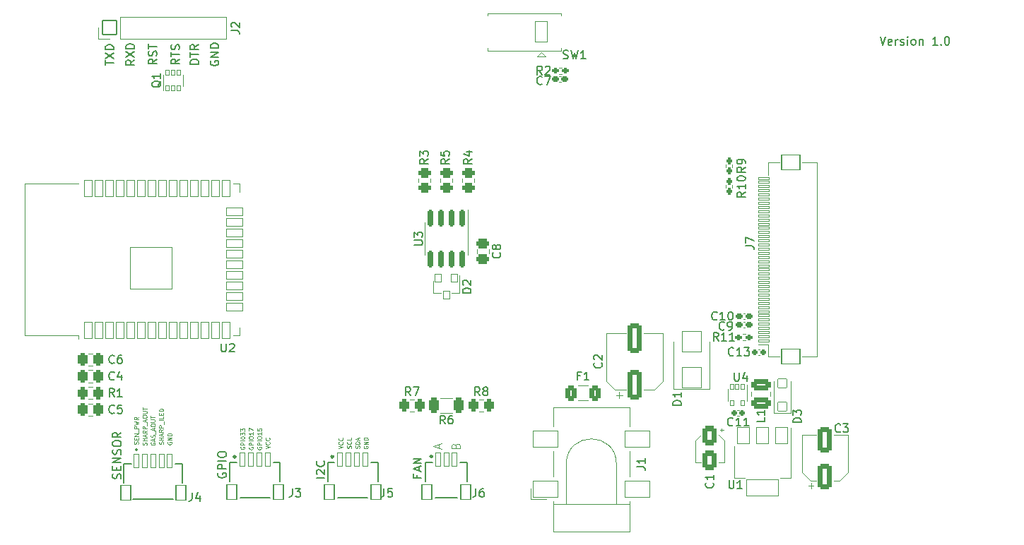
<source format=gto>
G04 #@! TF.GenerationSoftware,KiCad,Pcbnew,(6.0.0)*
G04 #@! TF.CreationDate,2021-12-31T15:39:09+05:30*
G04 #@! TF.ProjectId,ESP32_BoardV1,45535033-325f-4426-9f61-726456312e6b,rev?*
G04 #@! TF.SameCoordinates,Original*
G04 #@! TF.FileFunction,Legend,Top*
G04 #@! TF.FilePolarity,Positive*
%FSLAX46Y46*%
G04 Gerber Fmt 4.6, Leading zero omitted, Abs format (unit mm)*
G04 Created by KiCad (PCBNEW (6.0.0)) date 2021-12-31 15:39:09*
%MOMM*%
%LPD*%
G01*
G04 APERTURE LIST*
G04 Aperture macros list*
%AMRoundRect*
0 Rectangle with rounded corners*
0 $1 Rounding radius*
0 $2 $3 $4 $5 $6 $7 $8 $9 X,Y pos of 4 corners*
0 Add a 4 corners polygon primitive as box body*
4,1,4,$2,$3,$4,$5,$6,$7,$8,$9,$2,$3,0*
0 Add four circle primitives for the rounded corners*
1,1,$1+$1,$2,$3*
1,1,$1+$1,$4,$5*
1,1,$1+$1,$6,$7*
1,1,$1+$1,$8,$9*
0 Add four rect primitives between the rounded corners*
20,1,$1+$1,$2,$3,$4,$5,0*
20,1,$1+$1,$4,$5,$6,$7,0*
20,1,$1+$1,$6,$7,$8,$9,0*
20,1,$1+$1,$8,$9,$2,$3,0*%
G04 Aperture macros list end*
%ADD10C,0.125000*%
%ADD11C,0.150000*%
%ADD12C,0.120000*%
%ADD13C,0.127000*%
%ADD14C,0.300000*%
%ADD15C,0.200000*%
%ADD16RoundRect,0.301000X0.250000X0.475000X-0.250000X0.475000X-0.250000X-0.475000X0.250000X-0.475000X0*%
%ADD17C,0.902000*%
%ADD18C,7.102000*%
%ADD19RoundRect,0.051000X0.850000X-0.850000X0.850000X0.850000X-0.850000X0.850000X-0.850000X-0.850000X0*%
%ADD20O,1.802000X1.802000*%
%ADD21RoundRect,0.051000X0.200000X-0.325000X0.200000X0.325000X-0.200000X0.325000X-0.200000X-0.325000X0*%
%ADD22RoundRect,0.301000X-0.312500X-0.625000X0.312500X-0.625000X0.312500X0.625000X-0.312500X0.625000X0*%
%ADD23RoundRect,0.301000X-0.262500X-0.450000X0.262500X-0.450000X0.262500X0.450000X-0.262500X0.450000X0*%
%ADD24RoundRect,0.051000X0.450000X-1.000000X0.450000X1.000000X-0.450000X1.000000X-0.450000X-1.000000X0*%
%ADD25RoundRect,0.051000X1.000000X0.450000X-1.000000X0.450000X-1.000000X-0.450000X1.000000X-0.450000X0*%
%ADD26RoundRect,0.051000X2.500000X-2.500000X2.500000X2.500000X-2.500000X2.500000X-2.500000X-2.500000X0*%
%ADD27RoundRect,0.206000X0.212500X0.155000X-0.212500X0.155000X-0.212500X-0.155000X0.212500X-0.155000X0*%
%ADD28RoundRect,0.051000X-0.300000X-0.775000X0.300000X-0.775000X0.300000X0.775000X-0.300000X0.775000X0*%
%ADD29RoundRect,0.051000X-0.600000X-0.900000X0.600000X-0.900000X0.600000X0.900000X-0.600000X0.900000X0*%
%ADD30RoundRect,0.211000X0.197500X0.160000X-0.197500X0.160000X-0.197500X-0.160000X0.197500X-0.160000X0*%
%ADD31O,2.302000X3.602000*%
%ADD32RoundRect,0.051000X0.750000X1.250000X-0.750000X1.250000X-0.750000X-1.250000X0.750000X-1.250000X0*%
%ADD33O,1.602000X2.602000*%
%ADD34RoundRect,0.051000X1.150000X-1.250000X1.150000X1.250000X-1.150000X1.250000X-1.150000X-1.250000X0*%
%ADD35RoundRect,0.301000X-0.550000X0.850000X-0.550000X-0.850000X0.550000X-0.850000X0.550000X0.850000X0*%
%ADD36RoundRect,0.051000X-0.750000X1.000000X-0.750000X-1.000000X0.750000X-1.000000X0.750000X1.000000X0*%
%ADD37RoundRect,0.051000X-1.900000X1.000000X-1.900000X-1.000000X1.900000X-1.000000X1.900000X1.000000X0*%
%ADD38RoundRect,0.301000X0.550000X-1.250000X0.550000X1.250000X-0.550000X1.250000X-0.550000X-1.250000X0*%
%ADD39RoundRect,0.051000X0.650000X-0.150000X0.650000X0.150000X-0.650000X0.150000X-0.650000X-0.150000X0*%
%ADD40RoundRect,0.051000X1.100000X-0.900000X1.100000X0.900000X-1.100000X0.900000X-1.100000X-0.900000X0*%
%ADD41RoundRect,0.211000X0.160000X-0.197500X0.160000X0.197500X-0.160000X0.197500X-0.160000X-0.197500X0*%
%ADD42RoundRect,0.211000X-0.160000X0.197500X-0.160000X-0.197500X0.160000X-0.197500X0.160000X0.197500X0*%
%ADD43RoundRect,0.301000X-0.475000X0.250000X-0.475000X-0.250000X0.475000X-0.250000X0.475000X0.250000X0*%
%ADD44RoundRect,0.051000X-0.400000X0.450000X-0.400000X-0.450000X0.400000X-0.450000X0.400000X0.450000X0*%
%ADD45RoundRect,0.301000X-0.450000X0.262500X-0.450000X-0.262500X0.450000X-0.262500X0.450000X0.262500X0*%
%ADD46RoundRect,0.201000X-0.150000X0.825000X-0.150000X-0.825000X0.150000X-0.825000X0.150000X0.825000X0*%
%ADD47C,2.102000*%
%ADD48O,2.102000X1.602000*%
%ADD49RoundRect,0.051000X1.500000X1.000000X-1.500000X1.000000X-1.500000X-1.000000X1.500000X-1.000000X0*%
%ADD50RoundRect,0.301000X0.375000X0.625000X-0.375000X0.625000X-0.375000X-0.625000X0.375000X-0.625000X0*%
%ADD51RoundRect,0.191000X0.140000X0.170000X-0.140000X0.170000X-0.140000X-0.170000X0.140000X-0.170000X0*%
%ADD52RoundRect,0.301000X0.550000X-1.500000X0.550000X1.500000X-0.550000X1.500000X-0.550000X-1.500000X0*%
%ADD53RoundRect,0.051000X0.550000X-0.550000X0.550000X0.550000X-0.550000X0.550000X-0.550000X-0.550000X0*%
%ADD54RoundRect,0.301000X0.850000X-0.375000X0.850000X0.375000X-0.850000X0.375000X-0.850000X-0.375000X0*%
%ADD55RoundRect,0.211000X-0.197500X-0.160000X0.197500X-0.160000X0.197500X0.160000X-0.197500X0.160000X0*%
%ADD56RoundRect,0.051000X-0.200000X0.325000X-0.200000X-0.325000X0.200000X-0.325000X0.200000X0.325000X0*%
G04 APERTURE END LIST*
D10*
X101702380Y-147107142D02*
X101726190Y-147035714D01*
X101726190Y-146916666D01*
X101702380Y-146869047D01*
X101678571Y-146845238D01*
X101630952Y-146821428D01*
X101583333Y-146821428D01*
X101535714Y-146845238D01*
X101511904Y-146869047D01*
X101488095Y-146916666D01*
X101464285Y-147011904D01*
X101440476Y-147059523D01*
X101416666Y-147083333D01*
X101369047Y-147107142D01*
X101321428Y-147107142D01*
X101273809Y-147083333D01*
X101250000Y-147059523D01*
X101226190Y-147011904D01*
X101226190Y-146892857D01*
X101250000Y-146821428D01*
X101726190Y-146607142D02*
X101226190Y-146607142D01*
X101464285Y-146607142D02*
X101464285Y-146321428D01*
X101726190Y-146321428D02*
X101226190Y-146321428D01*
X101583333Y-146107142D02*
X101583333Y-145869047D01*
X101726190Y-146154761D02*
X101226190Y-145988095D01*
X101726190Y-145821428D01*
X101726190Y-145369047D02*
X101488095Y-145535714D01*
X101726190Y-145654761D02*
X101226190Y-145654761D01*
X101226190Y-145464285D01*
X101250000Y-145416666D01*
X101273809Y-145392857D01*
X101321428Y-145369047D01*
X101392857Y-145369047D01*
X101440476Y-145392857D01*
X101464285Y-145416666D01*
X101488095Y-145464285D01*
X101488095Y-145654761D01*
X101726190Y-145154761D02*
X101226190Y-145154761D01*
X101226190Y-144964285D01*
X101250000Y-144916666D01*
X101273809Y-144892857D01*
X101321428Y-144869047D01*
X101392857Y-144869047D01*
X101440476Y-144892857D01*
X101464285Y-144916666D01*
X101488095Y-144964285D01*
X101488095Y-145154761D01*
X101773809Y-144773809D02*
X101773809Y-144392857D01*
X101726190Y-144273809D02*
X101226190Y-144273809D01*
X101726190Y-143797619D02*
X101726190Y-144035714D01*
X101226190Y-144035714D01*
X101464285Y-143630952D02*
X101464285Y-143464285D01*
X101726190Y-143392857D02*
X101726190Y-143630952D01*
X101226190Y-143630952D01*
X101226190Y-143392857D01*
X101726190Y-143178571D02*
X101226190Y-143178571D01*
X101226190Y-143059523D01*
X101250000Y-142988095D01*
X101297619Y-142940476D01*
X101345238Y-142916666D01*
X101440476Y-142892857D01*
X101511904Y-142892857D01*
X101607142Y-142916666D01*
X101654761Y-142940476D01*
X101702380Y-142988095D01*
X101726190Y-143059523D01*
X101726190Y-143178571D01*
X99702380Y-147238095D02*
X99726190Y-147166666D01*
X99726190Y-147047619D01*
X99702380Y-147000000D01*
X99678571Y-146976190D01*
X99630952Y-146952380D01*
X99583333Y-146952380D01*
X99535714Y-146976190D01*
X99511904Y-147000000D01*
X99488095Y-147047619D01*
X99464285Y-147142857D01*
X99440476Y-147190476D01*
X99416666Y-147214285D01*
X99369047Y-147238095D01*
X99321428Y-147238095D01*
X99273809Y-147214285D01*
X99250000Y-147190476D01*
X99226190Y-147142857D01*
X99226190Y-147023809D01*
X99250000Y-146952380D01*
X99726190Y-146738095D02*
X99226190Y-146738095D01*
X99464285Y-146738095D02*
X99464285Y-146452380D01*
X99726190Y-146452380D02*
X99226190Y-146452380D01*
X99583333Y-146238095D02*
X99583333Y-146000000D01*
X99726190Y-146285714D02*
X99226190Y-146119047D01*
X99726190Y-145952380D01*
X99726190Y-145500000D02*
X99488095Y-145666666D01*
X99726190Y-145785714D02*
X99226190Y-145785714D01*
X99226190Y-145595238D01*
X99250000Y-145547619D01*
X99273809Y-145523809D01*
X99321428Y-145500000D01*
X99392857Y-145500000D01*
X99440476Y-145523809D01*
X99464285Y-145547619D01*
X99488095Y-145595238D01*
X99488095Y-145785714D01*
X99726190Y-145285714D02*
X99226190Y-145285714D01*
X99226190Y-145095238D01*
X99250000Y-145047619D01*
X99273809Y-145023809D01*
X99321428Y-145000000D01*
X99392857Y-145000000D01*
X99440476Y-145023809D01*
X99464285Y-145047619D01*
X99488095Y-145095238D01*
X99488095Y-145285714D01*
X99773809Y-144904761D02*
X99773809Y-144523809D01*
X99583333Y-144428571D02*
X99583333Y-144190476D01*
X99726190Y-144476190D02*
X99226190Y-144309523D01*
X99726190Y-144142857D01*
X99226190Y-143880952D02*
X99226190Y-143785714D01*
X99250000Y-143738095D01*
X99297619Y-143690476D01*
X99392857Y-143666666D01*
X99559523Y-143666666D01*
X99654761Y-143690476D01*
X99702380Y-143738095D01*
X99726190Y-143785714D01*
X99726190Y-143880952D01*
X99702380Y-143928571D01*
X99654761Y-143976190D01*
X99559523Y-144000000D01*
X99392857Y-144000000D01*
X99297619Y-143976190D01*
X99250000Y-143928571D01*
X99226190Y-143880952D01*
X99226190Y-143452380D02*
X99630952Y-143452380D01*
X99678571Y-143428571D01*
X99702380Y-143404761D01*
X99726190Y-143357142D01*
X99726190Y-143261904D01*
X99702380Y-143214285D01*
X99678571Y-143190476D01*
X99630952Y-143166666D01*
X99226190Y-143166666D01*
X99226190Y-143000000D02*
X99226190Y-142714285D01*
X99726190Y-142857142D02*
X99226190Y-142857142D01*
X136728571Y-147328571D02*
X136776190Y-147185714D01*
X136823809Y-147138095D01*
X136919047Y-147090476D01*
X137061904Y-147090476D01*
X137157142Y-147138095D01*
X137204761Y-147185714D01*
X137252380Y-147280952D01*
X137252380Y-147661904D01*
X136252380Y-147661904D01*
X136252380Y-147328571D01*
X136300000Y-147233333D01*
X136347619Y-147185714D01*
X136442857Y-147138095D01*
X136538095Y-147138095D01*
X136633333Y-147185714D01*
X136680952Y-147233333D01*
X136728571Y-147328571D01*
X136728571Y-147661904D01*
X124202380Y-147595238D02*
X124226190Y-147523809D01*
X124226190Y-147404761D01*
X124202380Y-147357142D01*
X124178571Y-147333333D01*
X124130952Y-147309523D01*
X124083333Y-147309523D01*
X124035714Y-147333333D01*
X124011904Y-147357142D01*
X123988095Y-147404761D01*
X123964285Y-147500000D01*
X123940476Y-147547619D01*
X123916666Y-147571428D01*
X123869047Y-147595238D01*
X123821428Y-147595238D01*
X123773809Y-147571428D01*
X123750000Y-147547619D01*
X123726190Y-147500000D01*
X123726190Y-147380952D01*
X123750000Y-147309523D01*
X124178571Y-146809523D02*
X124202380Y-146833333D01*
X124226190Y-146904761D01*
X124226190Y-146952380D01*
X124202380Y-147023809D01*
X124154761Y-147071428D01*
X124107142Y-147095238D01*
X124011904Y-147119047D01*
X123940476Y-147119047D01*
X123845238Y-147095238D01*
X123797619Y-147071428D01*
X123750000Y-147023809D01*
X123726190Y-146952380D01*
X123726190Y-146904761D01*
X123750000Y-146833333D01*
X123773809Y-146809523D01*
X124226190Y-146357142D02*
X124226190Y-146595238D01*
X123726190Y-146595238D01*
D11*
X100952380Y-100947619D02*
X100476190Y-101280952D01*
X100952380Y-101519047D02*
X99952380Y-101519047D01*
X99952380Y-101138095D01*
X100000000Y-101042857D01*
X100047619Y-100995238D01*
X100142857Y-100947619D01*
X100285714Y-100947619D01*
X100380952Y-100995238D01*
X100428571Y-101042857D01*
X100476190Y-101138095D01*
X100476190Y-101519047D01*
X100904761Y-100566666D02*
X100952380Y-100423809D01*
X100952380Y-100185714D01*
X100904761Y-100090476D01*
X100857142Y-100042857D01*
X100761904Y-99995238D01*
X100666666Y-99995238D01*
X100571428Y-100042857D01*
X100523809Y-100090476D01*
X100476190Y-100185714D01*
X100428571Y-100376190D01*
X100380952Y-100471428D01*
X100333333Y-100519047D01*
X100238095Y-100566666D01*
X100142857Y-100566666D01*
X100047619Y-100519047D01*
X100000000Y-100471428D01*
X99952380Y-100376190D01*
X99952380Y-100138095D01*
X100000000Y-99995238D01*
X99952380Y-99709523D02*
X99952380Y-99138095D01*
X100952380Y-99423809D02*
X99952380Y-99423809D01*
X108300000Y-150600000D02*
X108252380Y-150695238D01*
X108252380Y-150838095D01*
X108300000Y-150980952D01*
X108395238Y-151076190D01*
X108490476Y-151123809D01*
X108680952Y-151171428D01*
X108823809Y-151171428D01*
X109014285Y-151123809D01*
X109109523Y-151076190D01*
X109204761Y-150980952D01*
X109252380Y-150838095D01*
X109252380Y-150742857D01*
X109204761Y-150600000D01*
X109157142Y-150552380D01*
X108823809Y-150552380D01*
X108823809Y-150742857D01*
X109252380Y-150123809D02*
X108252380Y-150123809D01*
X108252380Y-149742857D01*
X108300000Y-149647619D01*
X108347619Y-149600000D01*
X108442857Y-149552380D01*
X108585714Y-149552380D01*
X108680952Y-149600000D01*
X108728571Y-149647619D01*
X108776190Y-149742857D01*
X108776190Y-150123809D01*
X109252380Y-149123809D02*
X108252380Y-149123809D01*
X108252380Y-148457142D02*
X108252380Y-148266666D01*
X108300000Y-148171428D01*
X108395238Y-148076190D01*
X108585714Y-148028571D01*
X108919047Y-148028571D01*
X109109523Y-148076190D01*
X109204761Y-148171428D01*
X109252380Y-148266666D01*
X109252380Y-148457142D01*
X109204761Y-148552380D01*
X109109523Y-148647619D01*
X108919047Y-148695238D01*
X108585714Y-148695238D01*
X108395238Y-148647619D01*
X108300000Y-148552380D01*
X108252380Y-148457142D01*
X107400000Y-101161904D02*
X107352380Y-101257142D01*
X107352380Y-101400000D01*
X107400000Y-101542857D01*
X107495238Y-101638095D01*
X107590476Y-101685714D01*
X107780952Y-101733333D01*
X107923809Y-101733333D01*
X108114285Y-101685714D01*
X108209523Y-101638095D01*
X108304761Y-101542857D01*
X108352380Y-101400000D01*
X108352380Y-101304761D01*
X108304761Y-101161904D01*
X108257142Y-101114285D01*
X107923809Y-101114285D01*
X107923809Y-101304761D01*
X108352380Y-100685714D02*
X107352380Y-100685714D01*
X108352380Y-100114285D01*
X107352380Y-100114285D01*
X108352380Y-99638095D02*
X107352380Y-99638095D01*
X107352380Y-99400000D01*
X107400000Y-99257142D01*
X107495238Y-99161904D01*
X107590476Y-99114285D01*
X107780952Y-99066666D01*
X107923809Y-99066666D01*
X108114285Y-99114285D01*
X108209523Y-99161904D01*
X108304761Y-99257142D01*
X108352380Y-99400000D01*
X108352380Y-99638095D01*
D10*
X134766666Y-147638095D02*
X134766666Y-147161904D01*
X135052380Y-147733333D02*
X134052380Y-147400000D01*
X135052380Y-147066666D01*
X100250000Y-146940476D02*
X100226190Y-146988095D01*
X100226190Y-147059523D01*
X100250000Y-147130952D01*
X100297619Y-147178571D01*
X100345238Y-147202380D01*
X100440476Y-147226190D01*
X100511904Y-147226190D01*
X100607142Y-147202380D01*
X100654761Y-147178571D01*
X100702380Y-147130952D01*
X100726190Y-147059523D01*
X100726190Y-147011904D01*
X100702380Y-146940476D01*
X100678571Y-146916666D01*
X100511904Y-146916666D01*
X100511904Y-147011904D01*
X100583333Y-146726190D02*
X100583333Y-146488095D01*
X100726190Y-146773809D02*
X100226190Y-146607142D01*
X100726190Y-146440476D01*
X100702380Y-146297619D02*
X100726190Y-146226190D01*
X100726190Y-146107142D01*
X100702380Y-146059523D01*
X100678571Y-146035714D01*
X100630952Y-146011904D01*
X100583333Y-146011904D01*
X100535714Y-146035714D01*
X100511904Y-146059523D01*
X100488095Y-146107142D01*
X100464285Y-146202380D01*
X100440476Y-146250000D01*
X100416666Y-146273809D01*
X100369047Y-146297619D01*
X100321428Y-146297619D01*
X100273809Y-146273809D01*
X100250000Y-146250000D01*
X100226190Y-146202380D01*
X100226190Y-146083333D01*
X100250000Y-146011904D01*
X100773809Y-145916666D02*
X100773809Y-145535714D01*
X100583333Y-145440476D02*
X100583333Y-145202380D01*
X100726190Y-145488095D02*
X100226190Y-145321428D01*
X100726190Y-145154761D01*
X100226190Y-144892857D02*
X100226190Y-144797619D01*
X100250000Y-144750000D01*
X100297619Y-144702380D01*
X100392857Y-144678571D01*
X100559523Y-144678571D01*
X100654761Y-144702380D01*
X100702380Y-144750000D01*
X100726190Y-144797619D01*
X100726190Y-144892857D01*
X100702380Y-144940476D01*
X100654761Y-144988095D01*
X100559523Y-145011904D01*
X100392857Y-145011904D01*
X100297619Y-144988095D01*
X100250000Y-144940476D01*
X100226190Y-144892857D01*
X100226190Y-144464285D02*
X100630952Y-144464285D01*
X100678571Y-144440476D01*
X100702380Y-144416666D01*
X100726190Y-144369047D01*
X100726190Y-144273809D01*
X100702380Y-144226190D01*
X100678571Y-144202380D01*
X100630952Y-144178571D01*
X100226190Y-144178571D01*
X100226190Y-144011904D02*
X100226190Y-143726190D01*
X100726190Y-143869047D02*
X100226190Y-143869047D01*
X102250000Y-146880952D02*
X102226190Y-146928571D01*
X102226190Y-147000000D01*
X102250000Y-147071428D01*
X102297619Y-147119047D01*
X102345238Y-147142857D01*
X102440476Y-147166666D01*
X102511904Y-147166666D01*
X102607142Y-147142857D01*
X102654761Y-147119047D01*
X102702380Y-147071428D01*
X102726190Y-147000000D01*
X102726190Y-146952380D01*
X102702380Y-146880952D01*
X102678571Y-146857142D01*
X102511904Y-146857142D01*
X102511904Y-146952380D01*
X102726190Y-146642857D02*
X102226190Y-146642857D01*
X102726190Y-146357142D01*
X102226190Y-146357142D01*
X102726190Y-146119047D02*
X102226190Y-146119047D01*
X102226190Y-146000000D01*
X102250000Y-145928571D01*
X102297619Y-145880952D01*
X102345238Y-145857142D01*
X102440476Y-145833333D01*
X102511904Y-145833333D01*
X102607142Y-145857142D01*
X102654761Y-145880952D01*
X102702380Y-145928571D01*
X102726190Y-146000000D01*
X102726190Y-146119047D01*
X113000000Y-147476190D02*
X112976190Y-147523809D01*
X112976190Y-147595238D01*
X113000000Y-147666666D01*
X113047619Y-147714285D01*
X113095238Y-147738095D01*
X113190476Y-147761904D01*
X113261904Y-147761904D01*
X113357142Y-147738095D01*
X113404761Y-147714285D01*
X113452380Y-147666666D01*
X113476190Y-147595238D01*
X113476190Y-147547619D01*
X113452380Y-147476190D01*
X113428571Y-147452380D01*
X113261904Y-147452380D01*
X113261904Y-147547619D01*
X113476190Y-147238095D02*
X112976190Y-147238095D01*
X112976190Y-147047619D01*
X113000000Y-147000000D01*
X113023809Y-146976190D01*
X113071428Y-146952380D01*
X113142857Y-146952380D01*
X113190476Y-146976190D01*
X113214285Y-147000000D01*
X113238095Y-147047619D01*
X113238095Y-147238095D01*
X113476190Y-146738095D02*
X112976190Y-146738095D01*
X112976190Y-146404761D02*
X112976190Y-146309523D01*
X113000000Y-146261904D01*
X113047619Y-146214285D01*
X113142857Y-146190476D01*
X113309523Y-146190476D01*
X113404761Y-146214285D01*
X113452380Y-146261904D01*
X113476190Y-146309523D01*
X113476190Y-146404761D01*
X113452380Y-146452380D01*
X113404761Y-146500000D01*
X113309523Y-146523809D01*
X113142857Y-146523809D01*
X113047619Y-146500000D01*
X113000000Y-146452380D01*
X112976190Y-146404761D01*
X113476190Y-145714285D02*
X113476190Y-146000000D01*
X113476190Y-145857142D02*
X112976190Y-145857142D01*
X113047619Y-145904761D01*
X113095238Y-145952380D01*
X113119047Y-146000000D01*
X112976190Y-145261904D02*
X112976190Y-145500000D01*
X113214285Y-145523809D01*
X113190476Y-145500000D01*
X113166666Y-145452380D01*
X113166666Y-145333333D01*
X113190476Y-145285714D01*
X113214285Y-145261904D01*
X113261904Y-145238095D01*
X113380952Y-145238095D01*
X113428571Y-145261904D01*
X113452380Y-145285714D01*
X113476190Y-145333333D01*
X113476190Y-145452380D01*
X113452380Y-145500000D01*
X113428571Y-145523809D01*
D11*
X96604761Y-151261904D02*
X96652380Y-151119047D01*
X96652380Y-150880952D01*
X96604761Y-150785714D01*
X96557142Y-150738095D01*
X96461904Y-150690476D01*
X96366666Y-150690476D01*
X96271428Y-150738095D01*
X96223809Y-150785714D01*
X96176190Y-150880952D01*
X96128571Y-151071428D01*
X96080952Y-151166666D01*
X96033333Y-151214285D01*
X95938095Y-151261904D01*
X95842857Y-151261904D01*
X95747619Y-151214285D01*
X95700000Y-151166666D01*
X95652380Y-151071428D01*
X95652380Y-150833333D01*
X95700000Y-150690476D01*
X96128571Y-150261904D02*
X96128571Y-149928571D01*
X96652380Y-149785714D02*
X96652380Y-150261904D01*
X95652380Y-150261904D01*
X95652380Y-149785714D01*
X96652380Y-149357142D02*
X95652380Y-149357142D01*
X96652380Y-148785714D01*
X95652380Y-148785714D01*
X96604761Y-148357142D02*
X96652380Y-148214285D01*
X96652380Y-147976190D01*
X96604761Y-147880952D01*
X96557142Y-147833333D01*
X96461904Y-147785714D01*
X96366666Y-147785714D01*
X96271428Y-147833333D01*
X96223809Y-147880952D01*
X96176190Y-147976190D01*
X96128571Y-148166666D01*
X96080952Y-148261904D01*
X96033333Y-148309523D01*
X95938095Y-148357142D01*
X95842857Y-148357142D01*
X95747619Y-148309523D01*
X95700000Y-148261904D01*
X95652380Y-148166666D01*
X95652380Y-147928571D01*
X95700000Y-147785714D01*
X95652380Y-147166666D02*
X95652380Y-146976190D01*
X95700000Y-146880952D01*
X95795238Y-146785714D01*
X95985714Y-146738095D01*
X96319047Y-146738095D01*
X96509523Y-146785714D01*
X96604761Y-146880952D01*
X96652380Y-146976190D01*
X96652380Y-147166666D01*
X96604761Y-147261904D01*
X96509523Y-147357142D01*
X96319047Y-147404761D01*
X95985714Y-147404761D01*
X95795238Y-147357142D01*
X95700000Y-147261904D01*
X95652380Y-147166666D01*
X96652380Y-145738095D02*
X96176190Y-146071428D01*
X96652380Y-146309523D02*
X95652380Y-146309523D01*
X95652380Y-145928571D01*
X95700000Y-145833333D01*
X95747619Y-145785714D01*
X95842857Y-145738095D01*
X95985714Y-145738095D01*
X96080952Y-145785714D01*
X96128571Y-145833333D01*
X96176190Y-145928571D01*
X96176190Y-146309523D01*
X132128571Y-150809523D02*
X132128571Y-151142857D01*
X132652380Y-151142857D02*
X131652380Y-151142857D01*
X131652380Y-150666666D01*
X132366666Y-150333333D02*
X132366666Y-149857142D01*
X132652380Y-150428571D02*
X131652380Y-150095238D01*
X132652380Y-149761904D01*
X132652380Y-149428571D02*
X131652380Y-149428571D01*
X132652380Y-148857142D01*
X131652380Y-148857142D01*
D10*
X113976190Y-147666666D02*
X114476190Y-147500000D01*
X113976190Y-147333333D01*
X114428571Y-146880952D02*
X114452380Y-146904761D01*
X114476190Y-146976190D01*
X114476190Y-147023809D01*
X114452380Y-147095238D01*
X114404761Y-147142857D01*
X114357142Y-147166666D01*
X114261904Y-147190476D01*
X114190476Y-147190476D01*
X114095238Y-147166666D01*
X114047619Y-147142857D01*
X114000000Y-147095238D01*
X113976190Y-147023809D01*
X113976190Y-146976190D01*
X114000000Y-146904761D01*
X114023809Y-146880952D01*
X114428571Y-146380952D02*
X114452380Y-146404761D01*
X114476190Y-146476190D01*
X114476190Y-146523809D01*
X114452380Y-146595238D01*
X114404761Y-146642857D01*
X114357142Y-146666666D01*
X114261904Y-146690476D01*
X114190476Y-146690476D01*
X114095238Y-146666666D01*
X114047619Y-146642857D01*
X114000000Y-146595238D01*
X113976190Y-146523809D01*
X113976190Y-146476190D01*
X114000000Y-146404761D01*
X114023809Y-146380952D01*
D11*
X94752380Y-101661904D02*
X94752380Y-101090476D01*
X95752380Y-101376190D02*
X94752380Y-101376190D01*
X94752380Y-100852380D02*
X95752380Y-100185714D01*
X94752380Y-100185714D02*
X95752380Y-100852380D01*
X95752380Y-99804761D02*
X94752380Y-99804761D01*
X94752380Y-99566666D01*
X94800000Y-99423809D01*
X94895238Y-99328571D01*
X94990476Y-99280952D01*
X95180952Y-99233333D01*
X95323809Y-99233333D01*
X95514285Y-99280952D01*
X95609523Y-99328571D01*
X95704761Y-99423809D01*
X95752380Y-99566666D01*
X95752380Y-99804761D01*
X187609523Y-98252380D02*
X187942857Y-99252380D01*
X188276190Y-98252380D01*
X188990476Y-99204761D02*
X188895238Y-99252380D01*
X188704761Y-99252380D01*
X188609523Y-99204761D01*
X188561904Y-99109523D01*
X188561904Y-98728571D01*
X188609523Y-98633333D01*
X188704761Y-98585714D01*
X188895238Y-98585714D01*
X188990476Y-98633333D01*
X189038095Y-98728571D01*
X189038095Y-98823809D01*
X188561904Y-98919047D01*
X189466666Y-99252380D02*
X189466666Y-98585714D01*
X189466666Y-98776190D02*
X189514285Y-98680952D01*
X189561904Y-98633333D01*
X189657142Y-98585714D01*
X189752380Y-98585714D01*
X190038095Y-99204761D02*
X190133333Y-99252380D01*
X190323809Y-99252380D01*
X190419047Y-99204761D01*
X190466666Y-99109523D01*
X190466666Y-99061904D01*
X190419047Y-98966666D01*
X190323809Y-98919047D01*
X190180952Y-98919047D01*
X190085714Y-98871428D01*
X190038095Y-98776190D01*
X190038095Y-98728571D01*
X190085714Y-98633333D01*
X190180952Y-98585714D01*
X190323809Y-98585714D01*
X190419047Y-98633333D01*
X190895238Y-99252380D02*
X190895238Y-98585714D01*
X190895238Y-98252380D02*
X190847619Y-98300000D01*
X190895238Y-98347619D01*
X190942857Y-98300000D01*
X190895238Y-98252380D01*
X190895238Y-98347619D01*
X191514285Y-99252380D02*
X191419047Y-99204761D01*
X191371428Y-99157142D01*
X191323809Y-99061904D01*
X191323809Y-98776190D01*
X191371428Y-98680952D01*
X191419047Y-98633333D01*
X191514285Y-98585714D01*
X191657142Y-98585714D01*
X191752380Y-98633333D01*
X191800000Y-98680952D01*
X191847619Y-98776190D01*
X191847619Y-99061904D01*
X191800000Y-99157142D01*
X191752380Y-99204761D01*
X191657142Y-99252380D01*
X191514285Y-99252380D01*
X192276190Y-98585714D02*
X192276190Y-99252380D01*
X192276190Y-98680952D02*
X192323809Y-98633333D01*
X192419047Y-98585714D01*
X192561904Y-98585714D01*
X192657142Y-98633333D01*
X192704761Y-98728571D01*
X192704761Y-99252380D01*
X194466666Y-99252380D02*
X193895238Y-99252380D01*
X194180952Y-99252380D02*
X194180952Y-98252380D01*
X194085714Y-98395238D01*
X193990476Y-98490476D01*
X193895238Y-98538095D01*
X194895238Y-99157142D02*
X194942857Y-99204761D01*
X194895238Y-99252380D01*
X194847619Y-99204761D01*
X194895238Y-99157142D01*
X194895238Y-99252380D01*
X195561904Y-98252380D02*
X195657142Y-98252380D01*
X195752380Y-98300000D01*
X195800000Y-98347619D01*
X195847619Y-98442857D01*
X195895238Y-98633333D01*
X195895238Y-98871428D01*
X195847619Y-99061904D01*
X195800000Y-99157142D01*
X195752380Y-99204761D01*
X195657142Y-99252380D01*
X195561904Y-99252380D01*
X195466666Y-99204761D01*
X195419047Y-99157142D01*
X195371428Y-99061904D01*
X195323809Y-98871428D01*
X195323809Y-98633333D01*
X195371428Y-98442857D01*
X195419047Y-98347619D01*
X195466666Y-98300000D01*
X195561904Y-98252380D01*
D10*
X98702380Y-147107142D02*
X98726190Y-147035714D01*
X98726190Y-146916666D01*
X98702380Y-146869047D01*
X98678571Y-146845238D01*
X98630952Y-146821428D01*
X98583333Y-146821428D01*
X98535714Y-146845238D01*
X98511904Y-146869047D01*
X98488095Y-146916666D01*
X98464285Y-147011904D01*
X98440476Y-147059523D01*
X98416666Y-147083333D01*
X98369047Y-147107142D01*
X98321428Y-147107142D01*
X98273809Y-147083333D01*
X98250000Y-147059523D01*
X98226190Y-147011904D01*
X98226190Y-146892857D01*
X98250000Y-146821428D01*
X98464285Y-146607142D02*
X98464285Y-146440476D01*
X98726190Y-146369047D02*
X98726190Y-146607142D01*
X98226190Y-146607142D01*
X98226190Y-146369047D01*
X98726190Y-146154761D02*
X98226190Y-146154761D01*
X98726190Y-145869047D01*
X98226190Y-145869047D01*
X98773809Y-145750000D02*
X98773809Y-145369047D01*
X98726190Y-145250000D02*
X98226190Y-145250000D01*
X98226190Y-145059523D01*
X98250000Y-145011904D01*
X98273809Y-144988095D01*
X98321428Y-144964285D01*
X98392857Y-144964285D01*
X98440476Y-144988095D01*
X98464285Y-145011904D01*
X98488095Y-145059523D01*
X98488095Y-145250000D01*
X98226190Y-144797619D02*
X98726190Y-144678571D01*
X98369047Y-144583333D01*
X98726190Y-144488095D01*
X98226190Y-144369047D01*
X98726190Y-143892857D02*
X98488095Y-144059523D01*
X98726190Y-144178571D02*
X98226190Y-144178571D01*
X98226190Y-143988095D01*
X98250000Y-143940476D01*
X98273809Y-143916666D01*
X98321428Y-143892857D01*
X98392857Y-143892857D01*
X98440476Y-143916666D01*
X98464285Y-143940476D01*
X98488095Y-143988095D01*
X98488095Y-144178571D01*
D11*
X105952380Y-101542857D02*
X104952380Y-101542857D01*
X104952380Y-101304761D01*
X105000000Y-101161904D01*
X105095238Y-101066666D01*
X105190476Y-101019047D01*
X105380952Y-100971428D01*
X105523809Y-100971428D01*
X105714285Y-101019047D01*
X105809523Y-101066666D01*
X105904761Y-101161904D01*
X105952380Y-101304761D01*
X105952380Y-101542857D01*
X104952380Y-100685714D02*
X104952380Y-100114285D01*
X105952380Y-100400000D02*
X104952380Y-100400000D01*
X105952380Y-99209523D02*
X105476190Y-99542857D01*
X105952380Y-99780952D02*
X104952380Y-99780952D01*
X104952380Y-99400000D01*
X105000000Y-99304761D01*
X105047619Y-99257142D01*
X105142857Y-99209523D01*
X105285714Y-99209523D01*
X105380952Y-99257142D01*
X105428571Y-99304761D01*
X105476190Y-99400000D01*
X105476190Y-99780952D01*
X121052380Y-151176190D02*
X120052380Y-151176190D01*
X120147619Y-150747619D02*
X120100000Y-150700000D01*
X120052380Y-150604761D01*
X120052380Y-150366666D01*
X120100000Y-150271428D01*
X120147619Y-150223809D01*
X120242857Y-150176190D01*
X120338095Y-150176190D01*
X120480952Y-150223809D01*
X121052380Y-150795238D01*
X121052380Y-150176190D01*
X120957142Y-149176190D02*
X121004761Y-149223809D01*
X121052380Y-149366666D01*
X121052380Y-149461904D01*
X121004761Y-149604761D01*
X120909523Y-149700000D01*
X120814285Y-149747619D01*
X120623809Y-149795238D01*
X120480952Y-149795238D01*
X120290476Y-149747619D01*
X120195238Y-149700000D01*
X120100000Y-149604761D01*
X120052380Y-149461904D01*
X120052380Y-149366666D01*
X120100000Y-149223809D01*
X120147619Y-149176190D01*
X98252380Y-101066666D02*
X97776190Y-101400000D01*
X98252380Y-101638095D02*
X97252380Y-101638095D01*
X97252380Y-101257142D01*
X97300000Y-101161904D01*
X97347619Y-101114285D01*
X97442857Y-101066666D01*
X97585714Y-101066666D01*
X97680952Y-101114285D01*
X97728571Y-101161904D01*
X97776190Y-101257142D01*
X97776190Y-101638095D01*
X97252380Y-100733333D02*
X98252380Y-100066666D01*
X97252380Y-100066666D02*
X98252380Y-100733333D01*
X98252380Y-99685714D02*
X97252380Y-99685714D01*
X97252380Y-99447619D01*
X97300000Y-99304761D01*
X97395238Y-99209523D01*
X97490476Y-99161904D01*
X97680952Y-99114285D01*
X97823809Y-99114285D01*
X98014285Y-99161904D01*
X98109523Y-99209523D01*
X98204761Y-99304761D01*
X98252380Y-99447619D01*
X98252380Y-99685714D01*
D10*
X125202380Y-147607142D02*
X125226190Y-147535714D01*
X125226190Y-147416666D01*
X125202380Y-147369047D01*
X125178571Y-147345238D01*
X125130952Y-147321428D01*
X125083333Y-147321428D01*
X125035714Y-147345238D01*
X125011904Y-147369047D01*
X124988095Y-147416666D01*
X124964285Y-147511904D01*
X124940476Y-147559523D01*
X124916666Y-147583333D01*
X124869047Y-147607142D01*
X124821428Y-147607142D01*
X124773809Y-147583333D01*
X124750000Y-147559523D01*
X124726190Y-147511904D01*
X124726190Y-147392857D01*
X124750000Y-147321428D01*
X125226190Y-147107142D02*
X124726190Y-147107142D01*
X124726190Y-146988095D01*
X124750000Y-146916666D01*
X124797619Y-146869047D01*
X124845238Y-146845238D01*
X124940476Y-146821428D01*
X125011904Y-146821428D01*
X125107142Y-146845238D01*
X125154761Y-146869047D01*
X125202380Y-146916666D01*
X125226190Y-146988095D01*
X125226190Y-147107142D01*
X125083333Y-146630952D02*
X125083333Y-146392857D01*
X125226190Y-146678571D02*
X124726190Y-146511904D01*
X125226190Y-146345238D01*
X112000000Y-147476190D02*
X111976190Y-147523809D01*
X111976190Y-147595238D01*
X112000000Y-147666666D01*
X112047619Y-147714285D01*
X112095238Y-147738095D01*
X112190476Y-147761904D01*
X112261904Y-147761904D01*
X112357142Y-147738095D01*
X112404761Y-147714285D01*
X112452380Y-147666666D01*
X112476190Y-147595238D01*
X112476190Y-147547619D01*
X112452380Y-147476190D01*
X112428571Y-147452380D01*
X112261904Y-147452380D01*
X112261904Y-147547619D01*
X112476190Y-147238095D02*
X111976190Y-147238095D01*
X111976190Y-147047619D01*
X112000000Y-147000000D01*
X112023809Y-146976190D01*
X112071428Y-146952380D01*
X112142857Y-146952380D01*
X112190476Y-146976190D01*
X112214285Y-147000000D01*
X112238095Y-147047619D01*
X112238095Y-147238095D01*
X112476190Y-146738095D02*
X111976190Y-146738095D01*
X111976190Y-146404761D02*
X111976190Y-146309523D01*
X112000000Y-146261904D01*
X112047619Y-146214285D01*
X112142857Y-146190476D01*
X112309523Y-146190476D01*
X112404761Y-146214285D01*
X112452380Y-146261904D01*
X112476190Y-146309523D01*
X112476190Y-146404761D01*
X112452380Y-146452380D01*
X112404761Y-146500000D01*
X112309523Y-146523809D01*
X112142857Y-146523809D01*
X112047619Y-146500000D01*
X112000000Y-146452380D01*
X111976190Y-146404761D01*
X112476190Y-145714285D02*
X112476190Y-146000000D01*
X112476190Y-145857142D02*
X111976190Y-145857142D01*
X112047619Y-145904761D01*
X112095238Y-145952380D01*
X112119047Y-146000000D01*
X111976190Y-145547619D02*
X111976190Y-145214285D01*
X112476190Y-145428571D01*
X122726190Y-147666666D02*
X123226190Y-147500000D01*
X122726190Y-147333333D01*
X123178571Y-146880952D02*
X123202380Y-146904761D01*
X123226190Y-146976190D01*
X123226190Y-147023809D01*
X123202380Y-147095238D01*
X123154761Y-147142857D01*
X123107142Y-147166666D01*
X123011904Y-147190476D01*
X122940476Y-147190476D01*
X122845238Y-147166666D01*
X122797619Y-147142857D01*
X122750000Y-147095238D01*
X122726190Y-147023809D01*
X122726190Y-146976190D01*
X122750000Y-146904761D01*
X122773809Y-146880952D01*
X123178571Y-146380952D02*
X123202380Y-146404761D01*
X123226190Y-146476190D01*
X123226190Y-146523809D01*
X123202380Y-146595238D01*
X123154761Y-146642857D01*
X123107142Y-146666666D01*
X123011904Y-146690476D01*
X122940476Y-146690476D01*
X122845238Y-146666666D01*
X122797619Y-146642857D01*
X122750000Y-146595238D01*
X122726190Y-146523809D01*
X122726190Y-146476190D01*
X122750000Y-146404761D01*
X122773809Y-146380952D01*
X111000000Y-147452380D02*
X110976190Y-147500000D01*
X110976190Y-147571428D01*
X111000000Y-147642857D01*
X111047619Y-147690476D01*
X111095238Y-147714285D01*
X111190476Y-147738095D01*
X111261904Y-147738095D01*
X111357142Y-147714285D01*
X111404761Y-147690476D01*
X111452380Y-147642857D01*
X111476190Y-147571428D01*
X111476190Y-147523809D01*
X111452380Y-147452380D01*
X111428571Y-147428571D01*
X111261904Y-147428571D01*
X111261904Y-147523809D01*
X111476190Y-147214285D02*
X110976190Y-147214285D01*
X110976190Y-147023809D01*
X111000000Y-146976190D01*
X111023809Y-146952380D01*
X111071428Y-146928571D01*
X111142857Y-146928571D01*
X111190476Y-146952380D01*
X111214285Y-146976190D01*
X111238095Y-147023809D01*
X111238095Y-147214285D01*
X111476190Y-146714285D02*
X110976190Y-146714285D01*
X110976190Y-146380952D02*
X110976190Y-146333333D01*
X111000000Y-146285714D01*
X111023809Y-146261904D01*
X111071428Y-146238095D01*
X111166666Y-146214285D01*
X111285714Y-146214285D01*
X111380952Y-146238095D01*
X111428571Y-146261904D01*
X111452380Y-146285714D01*
X111476190Y-146333333D01*
X111476190Y-146380952D01*
X111452380Y-146428571D01*
X111428571Y-146452380D01*
X111380952Y-146476190D01*
X111285714Y-146500000D01*
X111166666Y-146500000D01*
X111071428Y-146476190D01*
X111023809Y-146452380D01*
X111000000Y-146428571D01*
X110976190Y-146380952D01*
X110976190Y-146047619D02*
X110976190Y-145738095D01*
X111166666Y-145904761D01*
X111166666Y-145833333D01*
X111190476Y-145785714D01*
X111214285Y-145761904D01*
X111261904Y-145738095D01*
X111380952Y-145738095D01*
X111428571Y-145761904D01*
X111452380Y-145785714D01*
X111476190Y-145833333D01*
X111476190Y-145976190D01*
X111452380Y-146023809D01*
X111428571Y-146047619D01*
X110976190Y-145571428D02*
X110976190Y-145261904D01*
X111166666Y-145428571D01*
X111166666Y-145357142D01*
X111190476Y-145309523D01*
X111214285Y-145285714D01*
X111261904Y-145261904D01*
X111380952Y-145261904D01*
X111428571Y-145285714D01*
X111452380Y-145309523D01*
X111476190Y-145357142D01*
X111476190Y-145500000D01*
X111452380Y-145547619D01*
X111428571Y-145571428D01*
D11*
X103652380Y-100947619D02*
X103176190Y-101280952D01*
X103652380Y-101519047D02*
X102652380Y-101519047D01*
X102652380Y-101138095D01*
X102700000Y-101042857D01*
X102747619Y-100995238D01*
X102842857Y-100947619D01*
X102985714Y-100947619D01*
X103080952Y-100995238D01*
X103128571Y-101042857D01*
X103176190Y-101138095D01*
X103176190Y-101519047D01*
X102652380Y-100661904D02*
X102652380Y-100090476D01*
X103652380Y-100376190D02*
X102652380Y-100376190D01*
X103604761Y-99804761D02*
X103652380Y-99661904D01*
X103652380Y-99423809D01*
X103604761Y-99328571D01*
X103557142Y-99280952D01*
X103461904Y-99233333D01*
X103366666Y-99233333D01*
X103271428Y-99280952D01*
X103223809Y-99328571D01*
X103176190Y-99423809D01*
X103128571Y-99614285D01*
X103080952Y-99709523D01*
X103033333Y-99757142D01*
X102938095Y-99804761D01*
X102842857Y-99804761D01*
X102747619Y-99757142D01*
X102700000Y-99709523D01*
X102652380Y-99614285D01*
X102652380Y-99376190D01*
X102700000Y-99233333D01*
D10*
X125750000Y-147380952D02*
X125726190Y-147428571D01*
X125726190Y-147500000D01*
X125750000Y-147571428D01*
X125797619Y-147619047D01*
X125845238Y-147642857D01*
X125940476Y-147666666D01*
X126011904Y-147666666D01*
X126107142Y-147642857D01*
X126154761Y-147619047D01*
X126202380Y-147571428D01*
X126226190Y-147500000D01*
X126226190Y-147452380D01*
X126202380Y-147380952D01*
X126178571Y-147357142D01*
X126011904Y-147357142D01*
X126011904Y-147452380D01*
X126226190Y-147142857D02*
X125726190Y-147142857D01*
X126226190Y-146857142D01*
X125726190Y-146857142D01*
X126226190Y-146619047D02*
X125726190Y-146619047D01*
X125726190Y-146500000D01*
X125750000Y-146428571D01*
X125797619Y-146380952D01*
X125845238Y-146357142D01*
X125940476Y-146333333D01*
X126011904Y-146333333D01*
X126107142Y-146357142D01*
X126154761Y-146380952D01*
X126202380Y-146428571D01*
X126226190Y-146500000D01*
X126226190Y-146619047D01*
D11*
X95833333Y-139357142D02*
X95785714Y-139404761D01*
X95642857Y-139452380D01*
X95547619Y-139452380D01*
X95404761Y-139404761D01*
X95309523Y-139309523D01*
X95261904Y-139214285D01*
X95214285Y-139023809D01*
X95214285Y-138880952D01*
X95261904Y-138690476D01*
X95309523Y-138595238D01*
X95404761Y-138500000D01*
X95547619Y-138452380D01*
X95642857Y-138452380D01*
X95785714Y-138500000D01*
X95833333Y-138547619D01*
X96690476Y-138785714D02*
X96690476Y-139452380D01*
X96452380Y-138404761D02*
X96214285Y-139119047D01*
X96833333Y-139119047D01*
X95833333Y-143357142D02*
X95785714Y-143404761D01*
X95642857Y-143452380D01*
X95547619Y-143452380D01*
X95404761Y-143404761D01*
X95309523Y-143309523D01*
X95261904Y-143214285D01*
X95214285Y-143023809D01*
X95214285Y-142880952D01*
X95261904Y-142690476D01*
X95309523Y-142595238D01*
X95404761Y-142500000D01*
X95547619Y-142452380D01*
X95642857Y-142452380D01*
X95785714Y-142500000D01*
X95833333Y-142547619D01*
X96738095Y-142452380D02*
X96261904Y-142452380D01*
X96214285Y-142928571D01*
X96261904Y-142880952D01*
X96357142Y-142833333D01*
X96595238Y-142833333D01*
X96690476Y-142880952D01*
X96738095Y-142928571D01*
X96785714Y-143023809D01*
X96785714Y-143261904D01*
X96738095Y-143357142D01*
X96690476Y-143404761D01*
X96595238Y-143452380D01*
X96357142Y-143452380D01*
X96261904Y-143404761D01*
X96214285Y-143357142D01*
X95833333Y-137357142D02*
X95785714Y-137404761D01*
X95642857Y-137452380D01*
X95547619Y-137452380D01*
X95404761Y-137404761D01*
X95309523Y-137309523D01*
X95261904Y-137214285D01*
X95214285Y-137023809D01*
X95214285Y-136880952D01*
X95261904Y-136690476D01*
X95309523Y-136595238D01*
X95404761Y-136500000D01*
X95547619Y-136452380D01*
X95642857Y-136452380D01*
X95785714Y-136500000D01*
X95833333Y-136547619D01*
X96690476Y-136452380D02*
X96500000Y-136452380D01*
X96404761Y-136500000D01*
X96357142Y-136547619D01*
X96261904Y-136690476D01*
X96214285Y-136880952D01*
X96214285Y-137261904D01*
X96261904Y-137357142D01*
X96309523Y-137404761D01*
X96404761Y-137452380D01*
X96595238Y-137452380D01*
X96690476Y-137404761D01*
X96738095Y-137357142D01*
X96785714Y-137261904D01*
X96785714Y-137023809D01*
X96738095Y-136928571D01*
X96690476Y-136880952D01*
X96595238Y-136833333D01*
X96404761Y-136833333D01*
X96309523Y-136880952D01*
X96261904Y-136928571D01*
X96214285Y-137023809D01*
X88238095Y-99452380D02*
X88238095Y-98452380D01*
X88238095Y-98928571D02*
X88809523Y-98928571D01*
X88809523Y-99452380D02*
X88809523Y-98452380D01*
X89809523Y-99452380D02*
X89238095Y-99452380D01*
X89523809Y-99452380D02*
X89523809Y-98452380D01*
X89428571Y-98595238D01*
X89333333Y-98690476D01*
X89238095Y-98738095D01*
X88238095Y-151452380D02*
X88238095Y-150452380D01*
X88238095Y-150928571D02*
X88809523Y-150928571D01*
X88809523Y-151452380D02*
X88809523Y-150452380D01*
X89238095Y-150547619D02*
X89285714Y-150500000D01*
X89380952Y-150452380D01*
X89619047Y-150452380D01*
X89714285Y-150500000D01*
X89761904Y-150547619D01*
X89809523Y-150642857D01*
X89809523Y-150738095D01*
X89761904Y-150880952D01*
X89190476Y-151452380D01*
X89809523Y-151452380D01*
X200238095Y-99452380D02*
X200238095Y-98452380D01*
X200238095Y-98928571D02*
X200809523Y-98928571D01*
X200809523Y-99452380D02*
X200809523Y-98452380D01*
X201714285Y-98785714D02*
X201714285Y-99452380D01*
X201476190Y-98404761D02*
X201238095Y-99119047D01*
X201857142Y-99119047D01*
X109852380Y-97533333D02*
X110566666Y-97533333D01*
X110709523Y-97580952D01*
X110804761Y-97676190D01*
X110852380Y-97819047D01*
X110852380Y-97914285D01*
X109947619Y-97104761D02*
X109900000Y-97057142D01*
X109852380Y-96961904D01*
X109852380Y-96723809D01*
X109900000Y-96628571D01*
X109947619Y-96580952D01*
X110042857Y-96533333D01*
X110138095Y-96533333D01*
X110280952Y-96580952D01*
X110852380Y-97152380D01*
X110852380Y-96533333D01*
X101447619Y-103595238D02*
X101400000Y-103690476D01*
X101304761Y-103785714D01*
X101161904Y-103928571D01*
X101114285Y-104023809D01*
X101114285Y-104119047D01*
X101352380Y-104071428D02*
X101304761Y-104166666D01*
X101209523Y-104261904D01*
X101019047Y-104309523D01*
X100685714Y-104309523D01*
X100495238Y-104261904D01*
X100400000Y-104166666D01*
X100352380Y-104071428D01*
X100352380Y-103880952D01*
X100400000Y-103785714D01*
X100495238Y-103690476D01*
X100685714Y-103642857D01*
X101019047Y-103642857D01*
X101209523Y-103690476D01*
X101304761Y-103785714D01*
X101352380Y-103880952D01*
X101352380Y-104071428D01*
X101352380Y-102690476D02*
X101352380Y-103261904D01*
X101352380Y-102976190D02*
X100352380Y-102976190D01*
X100495238Y-103071428D01*
X100590476Y-103166666D01*
X100638095Y-103261904D01*
X135458333Y-144702380D02*
X135125000Y-144226190D01*
X134886904Y-144702380D02*
X134886904Y-143702380D01*
X135267857Y-143702380D01*
X135363095Y-143750000D01*
X135410714Y-143797619D01*
X135458333Y-143892857D01*
X135458333Y-144035714D01*
X135410714Y-144130952D01*
X135363095Y-144178571D01*
X135267857Y-144226190D01*
X134886904Y-144226190D01*
X136315476Y-143702380D02*
X136125000Y-143702380D01*
X136029761Y-143750000D01*
X135982142Y-143797619D01*
X135886904Y-143940476D01*
X135839285Y-144130952D01*
X135839285Y-144511904D01*
X135886904Y-144607142D01*
X135934523Y-144654761D01*
X136029761Y-144702380D01*
X136220238Y-144702380D01*
X136315476Y-144654761D01*
X136363095Y-144607142D01*
X136410714Y-144511904D01*
X136410714Y-144273809D01*
X136363095Y-144178571D01*
X136315476Y-144130952D01*
X136220238Y-144083333D01*
X136029761Y-144083333D01*
X135934523Y-144130952D01*
X135886904Y-144178571D01*
X135839285Y-144273809D01*
X139633333Y-141302380D02*
X139300000Y-140826190D01*
X139061904Y-141302380D02*
X139061904Y-140302380D01*
X139442857Y-140302380D01*
X139538095Y-140350000D01*
X139585714Y-140397619D01*
X139633333Y-140492857D01*
X139633333Y-140635714D01*
X139585714Y-140730952D01*
X139538095Y-140778571D01*
X139442857Y-140826190D01*
X139061904Y-140826190D01*
X140204761Y-140730952D02*
X140109523Y-140683333D01*
X140061904Y-140635714D01*
X140014285Y-140540476D01*
X140014285Y-140492857D01*
X140061904Y-140397619D01*
X140109523Y-140350000D01*
X140204761Y-140302380D01*
X140395238Y-140302380D01*
X140490476Y-140350000D01*
X140538095Y-140397619D01*
X140585714Y-140492857D01*
X140585714Y-140540476D01*
X140538095Y-140635714D01*
X140490476Y-140683333D01*
X140395238Y-140730952D01*
X140204761Y-140730952D01*
X140109523Y-140778571D01*
X140061904Y-140826190D01*
X140014285Y-140921428D01*
X140014285Y-141111904D01*
X140061904Y-141207142D01*
X140109523Y-141254761D01*
X140204761Y-141302380D01*
X140395238Y-141302380D01*
X140490476Y-141254761D01*
X140538095Y-141207142D01*
X140585714Y-141111904D01*
X140585714Y-140921428D01*
X140538095Y-140826190D01*
X140490476Y-140778571D01*
X140395238Y-140730952D01*
X108668095Y-135062380D02*
X108668095Y-135871904D01*
X108715714Y-135967142D01*
X108763333Y-136014761D01*
X108858571Y-136062380D01*
X109049047Y-136062380D01*
X109144285Y-136014761D01*
X109191904Y-135967142D01*
X109239523Y-135871904D01*
X109239523Y-135062380D01*
X109668095Y-135157619D02*
X109715714Y-135110000D01*
X109810952Y-135062380D01*
X110049047Y-135062380D01*
X110144285Y-135110000D01*
X110191904Y-135157619D01*
X110239523Y-135252857D01*
X110239523Y-135348095D01*
X110191904Y-135490952D01*
X109620476Y-136062380D01*
X110239523Y-136062380D01*
X168933333Y-133357142D02*
X168885714Y-133404761D01*
X168742857Y-133452380D01*
X168647619Y-133452380D01*
X168504761Y-133404761D01*
X168409523Y-133309523D01*
X168361904Y-133214285D01*
X168314285Y-133023809D01*
X168314285Y-132880952D01*
X168361904Y-132690476D01*
X168409523Y-132595238D01*
X168504761Y-132500000D01*
X168647619Y-132452380D01*
X168742857Y-132452380D01*
X168885714Y-132500000D01*
X168933333Y-132547619D01*
X169409523Y-133452380D02*
X169600000Y-133452380D01*
X169695238Y-133404761D01*
X169742857Y-133357142D01*
X169838095Y-133214285D01*
X169885714Y-133023809D01*
X169885714Y-132642857D01*
X169838095Y-132547619D01*
X169790476Y-132500000D01*
X169695238Y-132452380D01*
X169504761Y-132452380D01*
X169409523Y-132500000D01*
X169361904Y-132547619D01*
X169314285Y-132642857D01*
X169314285Y-132880952D01*
X169361904Y-132976190D01*
X169409523Y-133023809D01*
X169504761Y-133071428D01*
X169695238Y-133071428D01*
X169790476Y-133023809D01*
X169838095Y-132976190D01*
X169885714Y-132880952D01*
X128166275Y-152451738D02*
X128166275Y-153166862D01*
X128118600Y-153309886D01*
X128023250Y-153405236D01*
X127880226Y-153452911D01*
X127784876Y-153452911D01*
X129119773Y-152451738D02*
X128643024Y-152451738D01*
X128595349Y-152928487D01*
X128643024Y-152880812D01*
X128738374Y-152833137D01*
X128976749Y-152833137D01*
X129072098Y-152880812D01*
X129119773Y-152928487D01*
X129167448Y-153023837D01*
X129167448Y-153262211D01*
X129119773Y-153357561D01*
X129072098Y-153405236D01*
X128976749Y-153452911D01*
X128738374Y-153452911D01*
X128643024Y-153405236D01*
X128595349Y-153357561D01*
X131333333Y-141302380D02*
X131000000Y-140826190D01*
X130761904Y-141302380D02*
X130761904Y-140302380D01*
X131142857Y-140302380D01*
X131238095Y-140350000D01*
X131285714Y-140397619D01*
X131333333Y-140492857D01*
X131333333Y-140635714D01*
X131285714Y-140730952D01*
X131238095Y-140778571D01*
X131142857Y-140826190D01*
X130761904Y-140826190D01*
X131666666Y-140302380D02*
X132333333Y-140302380D01*
X131904761Y-141302380D01*
X147103333Y-103909642D02*
X147055714Y-103957261D01*
X146912857Y-104004880D01*
X146817619Y-104004880D01*
X146674761Y-103957261D01*
X146579523Y-103862023D01*
X146531904Y-103766785D01*
X146484285Y-103576309D01*
X146484285Y-103433452D01*
X146531904Y-103242976D01*
X146579523Y-103147738D01*
X146674761Y-103052500D01*
X146817619Y-103004880D01*
X146912857Y-103004880D01*
X147055714Y-103052500D01*
X147103333Y-103100119D01*
X147436666Y-103004880D02*
X148103333Y-103004880D01*
X147674761Y-104004880D01*
X147103333Y-102804880D02*
X146770000Y-102328690D01*
X146531904Y-102804880D02*
X146531904Y-101804880D01*
X146912857Y-101804880D01*
X147008095Y-101852500D01*
X147055714Y-101900119D01*
X147103333Y-101995357D01*
X147103333Y-102138214D01*
X147055714Y-102233452D01*
X147008095Y-102281071D01*
X146912857Y-102328690D01*
X146531904Y-102328690D01*
X147484285Y-101900119D02*
X147531904Y-101852500D01*
X147627142Y-101804880D01*
X147865238Y-101804880D01*
X147960476Y-101852500D01*
X148008095Y-101900119D01*
X148055714Y-101995357D01*
X148055714Y-102090595D01*
X148008095Y-102233452D01*
X147436666Y-102804880D01*
X148055714Y-102804880D01*
X149636666Y-100857261D02*
X149779523Y-100904880D01*
X150017619Y-100904880D01*
X150112857Y-100857261D01*
X150160476Y-100809642D01*
X150208095Y-100714404D01*
X150208095Y-100619166D01*
X150160476Y-100523928D01*
X150112857Y-100476309D01*
X150017619Y-100428690D01*
X149827142Y-100381071D01*
X149731904Y-100333452D01*
X149684285Y-100285833D01*
X149636666Y-100190595D01*
X149636666Y-100095357D01*
X149684285Y-100000119D01*
X149731904Y-99952500D01*
X149827142Y-99904880D01*
X150065238Y-99904880D01*
X150208095Y-99952500D01*
X150541428Y-99904880D02*
X150779523Y-100904880D01*
X150970000Y-100190595D01*
X151160476Y-100904880D01*
X151398571Y-99904880D01*
X152303333Y-100904880D02*
X151731904Y-100904880D01*
X152017619Y-100904880D02*
X152017619Y-99904880D01*
X151922380Y-100047738D01*
X151827142Y-100142976D01*
X151731904Y-100190595D01*
X139166666Y-152452380D02*
X139166666Y-153166666D01*
X139119047Y-153309523D01*
X139023809Y-153404761D01*
X138880952Y-153452380D01*
X138785714Y-153452380D01*
X140071428Y-152452380D02*
X139880952Y-152452380D01*
X139785714Y-152500000D01*
X139738095Y-152547619D01*
X139642857Y-152690476D01*
X139595238Y-152880952D01*
X139595238Y-153261904D01*
X139642857Y-153357142D01*
X139690476Y-153404761D01*
X139785714Y-153452380D01*
X139976190Y-153452380D01*
X140071428Y-153404761D01*
X140119047Y-153357142D01*
X140166666Y-153261904D01*
X140166666Y-153023809D01*
X140119047Y-152928571D01*
X140071428Y-152880952D01*
X139976190Y-152833333D01*
X139785714Y-152833333D01*
X139690476Y-152880952D01*
X139642857Y-152928571D01*
X139595238Y-153023809D01*
X163752380Y-142438095D02*
X162752380Y-142438095D01*
X162752380Y-142200000D01*
X162800000Y-142057142D01*
X162895238Y-141961904D01*
X162990476Y-141914285D01*
X163180952Y-141866666D01*
X163323809Y-141866666D01*
X163514285Y-141914285D01*
X163609523Y-141961904D01*
X163704761Y-142057142D01*
X163752380Y-142200000D01*
X163752380Y-142438095D01*
X163752380Y-140914285D02*
X163752380Y-141485714D01*
X163752380Y-141200000D02*
X162752380Y-141200000D01*
X162895238Y-141295238D01*
X162990476Y-141390476D01*
X163038095Y-141485714D01*
X167557142Y-151766666D02*
X167604761Y-151814285D01*
X167652380Y-151957142D01*
X167652380Y-152052380D01*
X167604761Y-152195238D01*
X167509523Y-152290476D01*
X167414285Y-152338095D01*
X167223809Y-152385714D01*
X167080952Y-152385714D01*
X166890476Y-152338095D01*
X166795238Y-152290476D01*
X166700000Y-152195238D01*
X166652380Y-152052380D01*
X166652380Y-151957142D01*
X166700000Y-151814285D01*
X166747619Y-151766666D01*
X167652380Y-150814285D02*
X167652380Y-151385714D01*
X167652380Y-151100000D02*
X166652380Y-151100000D01*
X166795238Y-151195238D01*
X166890476Y-151290476D01*
X166938095Y-151385714D01*
X169488095Y-151452380D02*
X169488095Y-152261904D01*
X169535714Y-152357142D01*
X169583333Y-152404761D01*
X169678571Y-152452380D01*
X169869047Y-152452380D01*
X169964285Y-152404761D01*
X170011904Y-152357142D01*
X170059523Y-152261904D01*
X170059523Y-151452380D01*
X171059523Y-152452380D02*
X170488095Y-152452380D01*
X170773809Y-152452380D02*
X170773809Y-151452380D01*
X170678571Y-151595238D01*
X170583333Y-151690476D01*
X170488095Y-151738095D01*
X200238095Y-151452380D02*
X200238095Y-150452380D01*
X200238095Y-150928571D02*
X200809523Y-150928571D01*
X200809523Y-151452380D02*
X200809523Y-150452380D01*
X201190476Y-150452380D02*
X201809523Y-150452380D01*
X201476190Y-150833333D01*
X201619047Y-150833333D01*
X201714285Y-150880952D01*
X201761904Y-150928571D01*
X201809523Y-151023809D01*
X201809523Y-151261904D01*
X201761904Y-151357142D01*
X201714285Y-151404761D01*
X201619047Y-151452380D01*
X201333333Y-151452380D01*
X201238095Y-151404761D01*
X201190476Y-151357142D01*
X182833333Y-145607142D02*
X182785714Y-145654761D01*
X182642857Y-145702380D01*
X182547619Y-145702380D01*
X182404761Y-145654761D01*
X182309523Y-145559523D01*
X182261904Y-145464285D01*
X182214285Y-145273809D01*
X182214285Y-145130952D01*
X182261904Y-144940476D01*
X182309523Y-144845238D01*
X182404761Y-144750000D01*
X182547619Y-144702380D01*
X182642857Y-144702380D01*
X182785714Y-144750000D01*
X182833333Y-144797619D01*
X183166666Y-144702380D02*
X183785714Y-144702380D01*
X183452380Y-145083333D01*
X183595238Y-145083333D01*
X183690476Y-145130952D01*
X183738095Y-145178571D01*
X183785714Y-145273809D01*
X183785714Y-145511904D01*
X183738095Y-145607142D01*
X183690476Y-145654761D01*
X183595238Y-145702380D01*
X183309523Y-145702380D01*
X183214285Y-145654761D01*
X183166666Y-145607142D01*
X168057142Y-132157142D02*
X168009523Y-132204761D01*
X167866666Y-132252380D01*
X167771428Y-132252380D01*
X167628571Y-132204761D01*
X167533333Y-132109523D01*
X167485714Y-132014285D01*
X167438095Y-131823809D01*
X167438095Y-131680952D01*
X167485714Y-131490476D01*
X167533333Y-131395238D01*
X167628571Y-131300000D01*
X167771428Y-131252380D01*
X167866666Y-131252380D01*
X168009523Y-131300000D01*
X168057142Y-131347619D01*
X169009523Y-132252380D02*
X168438095Y-132252380D01*
X168723809Y-132252380D02*
X168723809Y-131252380D01*
X168628571Y-131395238D01*
X168533333Y-131490476D01*
X168438095Y-131538095D01*
X169628571Y-131252380D02*
X169723809Y-131252380D01*
X169819047Y-131300000D01*
X169866666Y-131347619D01*
X169914285Y-131442857D01*
X169961904Y-131633333D01*
X169961904Y-131871428D01*
X169914285Y-132061904D01*
X169866666Y-132157142D01*
X169819047Y-132204761D01*
X169723809Y-132252380D01*
X169628571Y-132252380D01*
X169533333Y-132204761D01*
X169485714Y-132157142D01*
X169438095Y-132061904D01*
X169390476Y-131871428D01*
X169390476Y-131633333D01*
X169438095Y-131442857D01*
X169485714Y-131347619D01*
X169533333Y-131300000D01*
X169628571Y-131252380D01*
X171452380Y-123333333D02*
X172166666Y-123333333D01*
X172309523Y-123380952D01*
X172404761Y-123476190D01*
X172452380Y-123619047D01*
X172452380Y-123714285D01*
X171452380Y-122952380D02*
X171452380Y-122285714D01*
X172452380Y-122714285D01*
X171452380Y-113916666D02*
X170976190Y-114250000D01*
X171452380Y-114488095D02*
X170452380Y-114488095D01*
X170452380Y-114107142D01*
X170500000Y-114011904D01*
X170547619Y-113964285D01*
X170642857Y-113916666D01*
X170785714Y-113916666D01*
X170880952Y-113964285D01*
X170928571Y-114011904D01*
X170976190Y-114107142D01*
X170976190Y-114488095D01*
X171452380Y-113440476D02*
X171452380Y-113250000D01*
X171404761Y-113154761D01*
X171357142Y-113107142D01*
X171214285Y-113011904D01*
X171023809Y-112964285D01*
X170642857Y-112964285D01*
X170547619Y-113011904D01*
X170500000Y-113059523D01*
X170452380Y-113154761D01*
X170452380Y-113345238D01*
X170500000Y-113440476D01*
X170547619Y-113488095D01*
X170642857Y-113535714D01*
X170880952Y-113535714D01*
X170976190Y-113488095D01*
X171023809Y-113440476D01*
X171071428Y-113345238D01*
X171071428Y-113154761D01*
X171023809Y-113059523D01*
X170976190Y-113011904D01*
X170880952Y-112964285D01*
X171452380Y-116892857D02*
X170976190Y-117226190D01*
X171452380Y-117464285D02*
X170452380Y-117464285D01*
X170452380Y-117083333D01*
X170500000Y-116988095D01*
X170547619Y-116940476D01*
X170642857Y-116892857D01*
X170785714Y-116892857D01*
X170880952Y-116940476D01*
X170928571Y-116988095D01*
X170976190Y-117083333D01*
X170976190Y-117464285D01*
X171452380Y-115940476D02*
X171452380Y-116511904D01*
X171452380Y-116226190D02*
X170452380Y-116226190D01*
X170595238Y-116321428D01*
X170690476Y-116416666D01*
X170738095Y-116511904D01*
X170452380Y-115321428D02*
X170452380Y-115226190D01*
X170500000Y-115130952D01*
X170547619Y-115083333D01*
X170642857Y-115035714D01*
X170833333Y-114988095D01*
X171071428Y-114988095D01*
X171261904Y-115035714D01*
X171357142Y-115083333D01*
X171404761Y-115130952D01*
X171452380Y-115226190D01*
X171452380Y-115321428D01*
X171404761Y-115416666D01*
X171357142Y-115464285D01*
X171261904Y-115511904D01*
X171071428Y-115559523D01*
X170833333Y-115559523D01*
X170642857Y-115511904D01*
X170547619Y-115464285D01*
X170500000Y-115416666D01*
X170452380Y-115321428D01*
X142037142Y-124166666D02*
X142084761Y-124214285D01*
X142132380Y-124357142D01*
X142132380Y-124452380D01*
X142084761Y-124595238D01*
X141989523Y-124690476D01*
X141894285Y-124738095D01*
X141703809Y-124785714D01*
X141560952Y-124785714D01*
X141370476Y-124738095D01*
X141275238Y-124690476D01*
X141180000Y-124595238D01*
X141132380Y-124452380D01*
X141132380Y-124357142D01*
X141180000Y-124214285D01*
X141227619Y-124166666D01*
X141560952Y-123595238D02*
X141513333Y-123690476D01*
X141465714Y-123738095D01*
X141370476Y-123785714D01*
X141322857Y-123785714D01*
X141227619Y-123738095D01*
X141180000Y-123690476D01*
X141132380Y-123595238D01*
X141132380Y-123404761D01*
X141180000Y-123309523D01*
X141227619Y-123261904D01*
X141322857Y-123214285D01*
X141370476Y-123214285D01*
X141465714Y-123261904D01*
X141513333Y-123309523D01*
X141560952Y-123404761D01*
X141560952Y-123595238D01*
X141608571Y-123690476D01*
X141656190Y-123738095D01*
X141751428Y-123785714D01*
X141941904Y-123785714D01*
X142037142Y-123738095D01*
X142084761Y-123690476D01*
X142132380Y-123595238D01*
X142132380Y-123404761D01*
X142084761Y-123309523D01*
X142037142Y-123261904D01*
X141941904Y-123214285D01*
X141751428Y-123214285D01*
X141656190Y-123261904D01*
X141608571Y-123309523D01*
X141560952Y-123404761D01*
X138577380Y-128988095D02*
X137577380Y-128988095D01*
X137577380Y-128750000D01*
X137625000Y-128607142D01*
X137720238Y-128511904D01*
X137815476Y-128464285D01*
X138005952Y-128416666D01*
X138148809Y-128416666D01*
X138339285Y-128464285D01*
X138434523Y-128511904D01*
X138529761Y-128607142D01*
X138577380Y-128750000D01*
X138577380Y-128988095D01*
X137672619Y-128035714D02*
X137625000Y-127988095D01*
X137577380Y-127892857D01*
X137577380Y-127654761D01*
X137625000Y-127559523D01*
X137672619Y-127511904D01*
X137767857Y-127464285D01*
X137863095Y-127464285D01*
X138005952Y-127511904D01*
X138577380Y-128083333D01*
X138577380Y-127464285D01*
X135972381Y-112941665D02*
X135496191Y-113274999D01*
X135972381Y-113513094D02*
X134972381Y-113513094D01*
X134972381Y-113132141D01*
X135020001Y-113036903D01*
X135067620Y-112989284D01*
X135162858Y-112941665D01*
X135305715Y-112941665D01*
X135400953Y-112989284D01*
X135448572Y-113036903D01*
X135496191Y-113132141D01*
X135496191Y-113513094D01*
X134972381Y-112036903D02*
X134972381Y-112513094D01*
X135448572Y-112560713D01*
X135400953Y-112513094D01*
X135353334Y-112417856D01*
X135353334Y-112179760D01*
X135400953Y-112084522D01*
X135448572Y-112036903D01*
X135543810Y-111989284D01*
X135781905Y-111989284D01*
X135877143Y-112036903D01*
X135924762Y-112084522D01*
X135972381Y-112179760D01*
X135972381Y-112417856D01*
X135924762Y-112513094D01*
X135877143Y-112560713D01*
X138702380Y-112916666D02*
X138226190Y-113250000D01*
X138702380Y-113488095D02*
X137702380Y-113488095D01*
X137702380Y-113107142D01*
X137750000Y-113011904D01*
X137797619Y-112964285D01*
X137892857Y-112916666D01*
X138035714Y-112916666D01*
X138130952Y-112964285D01*
X138178571Y-113011904D01*
X138226190Y-113107142D01*
X138226190Y-113488095D01*
X138035714Y-112059523D02*
X138702380Y-112059523D01*
X137654761Y-112297619D02*
X138369047Y-112535714D01*
X138369047Y-111916666D01*
X131777380Y-123261904D02*
X132586904Y-123261904D01*
X132682142Y-123214285D01*
X132729761Y-123166666D01*
X132777380Y-123071428D01*
X132777380Y-122880952D01*
X132729761Y-122785714D01*
X132682142Y-122738095D01*
X132586904Y-122690476D01*
X131777380Y-122690476D01*
X131777380Y-122309523D02*
X131777380Y-121690476D01*
X132158333Y-122023809D01*
X132158333Y-121880952D01*
X132205952Y-121785714D01*
X132253571Y-121738095D01*
X132348809Y-121690476D01*
X132586904Y-121690476D01*
X132682142Y-121738095D01*
X132729761Y-121785714D01*
X132777380Y-121880952D01*
X132777380Y-122166666D01*
X132729761Y-122261904D01*
X132682142Y-122309523D01*
X133452380Y-112916666D02*
X132976190Y-113250000D01*
X133452380Y-113488095D02*
X132452380Y-113488095D01*
X132452380Y-113107142D01*
X132500000Y-113011904D01*
X132547619Y-112964285D01*
X132642857Y-112916666D01*
X132785714Y-112916666D01*
X132880952Y-112964285D01*
X132928571Y-113011904D01*
X132976190Y-113107142D01*
X132976190Y-113488095D01*
X132452380Y-112583333D02*
X132452380Y-111964285D01*
X132833333Y-112297619D01*
X132833333Y-112154761D01*
X132880952Y-112059523D01*
X132928571Y-112011904D01*
X133023809Y-111964285D01*
X133261904Y-111964285D01*
X133357142Y-112011904D01*
X133404761Y-112059523D01*
X133452380Y-112154761D01*
X133452380Y-112440476D01*
X133404761Y-112535714D01*
X133357142Y-112583333D01*
X95833333Y-141452380D02*
X95500000Y-140976190D01*
X95261904Y-141452380D02*
X95261904Y-140452380D01*
X95642857Y-140452380D01*
X95738095Y-140500000D01*
X95785714Y-140547619D01*
X95833333Y-140642857D01*
X95833333Y-140785714D01*
X95785714Y-140880952D01*
X95738095Y-140928571D01*
X95642857Y-140976190D01*
X95261904Y-140976190D01*
X96785714Y-141452380D02*
X96214285Y-141452380D01*
X96500000Y-141452380D02*
X96500000Y-140452380D01*
X96404761Y-140595238D01*
X96309523Y-140690476D01*
X96214285Y-140738095D01*
X158452380Y-149833333D02*
X159166666Y-149833333D01*
X159309523Y-149880952D01*
X159404761Y-149976190D01*
X159452380Y-150119047D01*
X159452380Y-150214285D01*
X159452380Y-148833333D02*
X159452380Y-149404761D01*
X159452380Y-149119047D02*
X158452380Y-149119047D01*
X158595238Y-149214285D01*
X158690476Y-149309523D01*
X158738095Y-149404761D01*
X151666666Y-138928571D02*
X151333333Y-138928571D01*
X151333333Y-139452380D02*
X151333333Y-138452380D01*
X151809523Y-138452380D01*
X152714285Y-139452380D02*
X152142857Y-139452380D01*
X152428571Y-139452380D02*
X152428571Y-138452380D01*
X152333333Y-138595238D01*
X152238095Y-138690476D01*
X152142857Y-138738095D01*
X117166275Y-152451738D02*
X117166275Y-153166862D01*
X117118600Y-153309886D01*
X117023250Y-153405236D01*
X116880226Y-153452911D01*
X116784876Y-153452911D01*
X117547674Y-152451738D02*
X118167448Y-152451738D01*
X117833724Y-152833137D01*
X117976749Y-152833137D01*
X118072098Y-152880812D01*
X118119773Y-152928487D01*
X118167448Y-153023837D01*
X118167448Y-153262211D01*
X118119773Y-153357561D01*
X118072098Y-153405236D01*
X117976749Y-153452911D01*
X117690699Y-153452911D01*
X117595349Y-153405236D01*
X117547674Y-153357561D01*
X105166275Y-152951738D02*
X105166275Y-153666862D01*
X105118600Y-153809886D01*
X105023250Y-153905236D01*
X104880226Y-153952911D01*
X104784876Y-153952911D01*
X106072098Y-153285462D02*
X106072098Y-153952911D01*
X105833724Y-152904063D02*
X105595349Y-153619187D01*
X106215123Y-153619187D01*
X170037142Y-136457142D02*
X169989523Y-136504761D01*
X169846666Y-136552380D01*
X169751428Y-136552380D01*
X169608571Y-136504761D01*
X169513333Y-136409523D01*
X169465714Y-136314285D01*
X169418095Y-136123809D01*
X169418095Y-135980952D01*
X169465714Y-135790476D01*
X169513333Y-135695238D01*
X169608571Y-135600000D01*
X169751428Y-135552380D01*
X169846666Y-135552380D01*
X169989523Y-135600000D01*
X170037142Y-135647619D01*
X170989523Y-136552380D02*
X170418095Y-136552380D01*
X170703809Y-136552380D02*
X170703809Y-135552380D01*
X170608571Y-135695238D01*
X170513333Y-135790476D01*
X170418095Y-135838095D01*
X171322857Y-135552380D02*
X171941904Y-135552380D01*
X171608571Y-135933333D01*
X171751428Y-135933333D01*
X171846666Y-135980952D01*
X171894285Y-136028571D01*
X171941904Y-136123809D01*
X171941904Y-136361904D01*
X171894285Y-136457142D01*
X171846666Y-136504761D01*
X171751428Y-136552380D01*
X171465714Y-136552380D01*
X171370476Y-136504761D01*
X171322857Y-136457142D01*
X154207142Y-137366666D02*
X154254761Y-137414285D01*
X154302380Y-137557142D01*
X154302380Y-137652380D01*
X154254761Y-137795238D01*
X154159523Y-137890476D01*
X154064285Y-137938095D01*
X153873809Y-137985714D01*
X153730952Y-137985714D01*
X153540476Y-137938095D01*
X153445238Y-137890476D01*
X153350000Y-137795238D01*
X153302380Y-137652380D01*
X153302380Y-137557142D01*
X153350000Y-137414285D01*
X153397619Y-137366666D01*
X153397619Y-136985714D02*
X153350000Y-136938095D01*
X153302380Y-136842857D01*
X153302380Y-136604761D01*
X153350000Y-136509523D01*
X153397619Y-136461904D01*
X153492857Y-136414285D01*
X153588095Y-136414285D01*
X153730952Y-136461904D01*
X154302380Y-137033333D01*
X154302380Y-136414285D01*
X169957142Y-144857142D02*
X169909523Y-144904761D01*
X169766666Y-144952380D01*
X169671428Y-144952380D01*
X169528571Y-144904761D01*
X169433333Y-144809523D01*
X169385714Y-144714285D01*
X169338095Y-144523809D01*
X169338095Y-144380952D01*
X169385714Y-144190476D01*
X169433333Y-144095238D01*
X169528571Y-144000000D01*
X169671428Y-143952380D01*
X169766666Y-143952380D01*
X169909523Y-144000000D01*
X169957142Y-144047619D01*
X170909523Y-144952380D02*
X170338095Y-144952380D01*
X170623809Y-144952380D02*
X170623809Y-143952380D01*
X170528571Y-144095238D01*
X170433333Y-144190476D01*
X170338095Y-144238095D01*
X171861904Y-144952380D02*
X171290476Y-144952380D01*
X171576190Y-144952380D02*
X171576190Y-143952380D01*
X171480952Y-144095238D01*
X171385714Y-144190476D01*
X171290476Y-144238095D01*
X178152380Y-144538095D02*
X177152380Y-144538095D01*
X177152380Y-144300000D01*
X177200000Y-144157142D01*
X177295238Y-144061904D01*
X177390476Y-144014285D01*
X177580952Y-143966666D01*
X177723809Y-143966666D01*
X177914285Y-144014285D01*
X178009523Y-144061904D01*
X178104761Y-144157142D01*
X178152380Y-144300000D01*
X178152380Y-144538095D01*
X177152380Y-143633333D02*
X177152380Y-143014285D01*
X177533333Y-143347619D01*
X177533333Y-143204761D01*
X177580952Y-143109523D01*
X177628571Y-143061904D01*
X177723809Y-143014285D01*
X177961904Y-143014285D01*
X178057142Y-143061904D01*
X178104761Y-143109523D01*
X178152380Y-143204761D01*
X178152380Y-143490476D01*
X178104761Y-143585714D01*
X178057142Y-143633333D01*
X173802380Y-143916666D02*
X173802380Y-144392857D01*
X172802380Y-144392857D01*
X173802380Y-143059523D02*
X173802380Y-143630952D01*
X173802380Y-143345238D02*
X172802380Y-143345238D01*
X172945238Y-143440476D01*
X173040476Y-143535714D01*
X173088095Y-143630952D01*
X168227142Y-134752380D02*
X167893809Y-134276190D01*
X167655714Y-134752380D02*
X167655714Y-133752380D01*
X168036666Y-133752380D01*
X168131904Y-133800000D01*
X168179523Y-133847619D01*
X168227142Y-133942857D01*
X168227142Y-134085714D01*
X168179523Y-134180952D01*
X168131904Y-134228571D01*
X168036666Y-134276190D01*
X167655714Y-134276190D01*
X169179523Y-134752380D02*
X168608095Y-134752380D01*
X168893809Y-134752380D02*
X168893809Y-133752380D01*
X168798571Y-133895238D01*
X168703333Y-133990476D01*
X168608095Y-134038095D01*
X170131904Y-134752380D02*
X169560476Y-134752380D01*
X169846190Y-134752380D02*
X169846190Y-133752380D01*
X169750952Y-133895238D01*
X169655714Y-133990476D01*
X169560476Y-134038095D01*
X170138095Y-138552380D02*
X170138095Y-139361904D01*
X170185714Y-139457142D01*
X170233333Y-139504761D01*
X170328571Y-139552380D01*
X170519047Y-139552380D01*
X170614285Y-139504761D01*
X170661904Y-139457142D01*
X170709523Y-139361904D01*
X170709523Y-138552380D01*
X171614285Y-138885714D02*
X171614285Y-139552380D01*
X171376190Y-138504761D02*
X171138095Y-139219047D01*
X171757142Y-139219047D01*
D12*
X93261252Y-138265000D02*
X92738748Y-138265000D01*
X93261252Y-139735000D02*
X92738748Y-139735000D01*
X93261252Y-143735000D02*
X92738748Y-143735000D01*
X93261252Y-142265000D02*
X92738748Y-142265000D01*
X93261252Y-136265000D02*
X92738748Y-136265000D01*
X93261252Y-137735000D02*
X92738748Y-137735000D01*
X95250000Y-98530000D02*
X93920000Y-98530000D01*
X109280000Y-98530000D02*
X109280000Y-95870000D01*
X96520000Y-98530000D02*
X109280000Y-98530000D01*
X96520000Y-98530000D02*
X96520000Y-95870000D01*
X93920000Y-98530000D02*
X93920000Y-97200000D01*
X96520000Y-95870000D02*
X109280000Y-95870000D01*
X101740000Y-102800000D02*
X101740000Y-104700000D01*
X104060000Y-104200000D02*
X104060000Y-102800000D01*
X134897936Y-143410000D02*
X136352064Y-143410000D01*
X134897936Y-141590000D02*
X136352064Y-141590000D01*
X139572936Y-141765000D02*
X140027064Y-141765000D01*
X139572936Y-143235000D02*
X140027064Y-143235000D01*
X85135000Y-134120000D02*
X85135000Y-115880000D01*
X110100000Y-134120000D02*
X110880000Y-134120000D01*
X85135000Y-134120000D02*
X91555000Y-134120000D01*
X110880000Y-134120000D02*
X110880000Y-133120000D01*
X110100000Y-115880000D02*
X110880000Y-115880000D01*
X110880000Y-115880000D02*
X110880000Y-116880000D01*
X91555000Y-134120000D02*
X91555000Y-134500000D01*
X85135000Y-115880000D02*
X91555000Y-115880000D01*
X171415835Y-133160000D02*
X171184165Y-133160000D01*
X171415835Y-132440000D02*
X171184165Y-132440000D01*
D13*
X121416666Y-149325000D02*
X121416666Y-151600000D01*
X122216666Y-149325000D02*
X121416666Y-149325000D01*
X126616666Y-149325000D02*
X127416666Y-149325000D01*
X127416666Y-149325000D02*
X127416666Y-151600000D01*
X122616666Y-153575000D02*
X126216666Y-153575000D01*
D14*
X122066666Y-148615000D02*
G75*
G03*
X122066666Y-148615000I-100000J0D01*
G01*
D12*
X131272936Y-143235000D02*
X131727064Y-143235000D01*
X131272936Y-141765000D02*
X131727064Y-141765000D01*
X149385835Y-102992500D02*
X149154165Y-102992500D01*
X149385835Y-103712500D02*
X149154165Y-103712500D01*
X149437621Y-101972500D02*
X149102379Y-101972500D01*
X149437621Y-102732500D02*
X149102379Y-102732500D01*
X146500000Y-100662500D02*
X147500000Y-100662500D01*
X149410000Y-99962500D02*
X140590000Y-99962500D01*
X147500000Y-100662500D02*
X147000000Y-100162500D01*
X149410000Y-95442500D02*
X149410000Y-95752500D01*
X140590000Y-95442500D02*
X140590000Y-95752500D01*
X140590000Y-99962500D02*
X140590000Y-99652500D01*
X140590000Y-95442500D02*
X149410000Y-95442500D01*
X149410000Y-99652500D02*
X149410000Y-99962500D01*
X147000000Y-100162500D02*
X146500000Y-100662500D01*
D13*
X138125000Y-151600000D02*
X138125000Y-149325000D01*
X134325000Y-153575000D02*
X136925000Y-153575000D01*
X138125000Y-149325000D02*
X137240000Y-149325000D01*
X134010000Y-149325000D02*
X133125000Y-149325000D01*
X133125000Y-149325000D02*
X133125000Y-151600000D01*
D14*
X133925000Y-148600000D02*
G75*
G03*
X133925000Y-148600000I-100000J0D01*
G01*
D12*
X162850000Y-140550000D02*
X167150000Y-140550000D01*
X167150000Y-140550000D02*
X167150000Y-134850000D01*
X162850000Y-140550000D02*
X162850000Y-134850000D01*
X166140000Y-146029437D02*
X165440000Y-146729437D01*
X168960000Y-146729437D02*
X168960000Y-149360000D01*
X168260000Y-146029437D02*
X168960000Y-146729437D01*
X168960000Y-149360000D02*
X168260000Y-149360000D01*
X168635000Y-145225000D02*
X168635000Y-145600000D01*
X165440000Y-149360000D02*
X166140000Y-149360000D01*
X165440000Y-146729437D02*
X165440000Y-149360000D01*
X168822500Y-145412500D02*
X168447500Y-145412500D01*
X176910000Y-151160000D02*
X175650000Y-151160000D01*
X170090000Y-151160000D02*
X171350000Y-151160000D01*
X170090000Y-147400000D02*
X170090000Y-151160000D01*
X176910000Y-145150000D02*
X176910000Y-151160000D01*
X179304437Y-151560000D02*
X178240000Y-150495563D01*
X182695563Y-151560000D02*
X183760000Y-150495563D01*
X179304437Y-151560000D02*
X179940000Y-151560000D01*
X178240000Y-150495563D02*
X178240000Y-146040000D01*
X179315000Y-152425000D02*
X179315000Y-151800000D01*
X179002500Y-152112500D02*
X179627500Y-152112500D01*
X182695563Y-151560000D02*
X182060000Y-151560000D01*
X183760000Y-146040000D02*
X182060000Y-146040000D01*
X183760000Y-150495563D02*
X183760000Y-146040000D01*
X178240000Y-146040000D02*
X179940000Y-146040000D01*
X171415835Y-131440000D02*
X171184165Y-131440000D01*
X171415835Y-132160000D02*
X171184165Y-132160000D01*
X174200000Y-113350000D02*
X175540000Y-113350000D01*
X174200000Y-136650000D02*
X175540000Y-136650000D01*
X180000000Y-136650000D02*
X180000000Y-113350000D01*
X174200000Y-135160000D02*
X173000000Y-135160000D01*
X174200000Y-114840000D02*
X174200000Y-113350000D01*
X180000000Y-113350000D02*
X178260000Y-113350000D01*
X178260000Y-136650000D02*
X180000000Y-136650000D01*
X174200000Y-135160000D02*
X174200000Y-136650000D01*
X169880000Y-113917621D02*
X169880000Y-113582379D01*
X169120000Y-113917621D02*
X169120000Y-113582379D01*
X169880000Y-116082379D02*
X169880000Y-116417621D01*
X169120000Y-116082379D02*
X169120000Y-116417621D01*
X139265000Y-123738748D02*
X139265000Y-124261252D01*
X140735000Y-123738748D02*
X140735000Y-124261252D01*
X137205000Y-129010000D02*
X136275000Y-129010000D01*
X134045000Y-129010000D02*
X134045000Y-127550000D01*
X137205000Y-129010000D02*
X137205000Y-126850000D01*
X134045000Y-129010000D02*
X134975000Y-129010000D01*
X134890000Y-115272936D02*
X134890000Y-115727064D01*
X136360000Y-115272936D02*
X136360000Y-115727064D01*
X137515000Y-115272936D02*
X137515000Y-115727064D01*
X138985000Y-115272936D02*
X138985000Y-115727064D01*
X138185000Y-122500000D02*
X138185000Y-124450000D01*
X138185000Y-122500000D02*
X138185000Y-119050000D01*
X133065000Y-122500000D02*
X133065000Y-124450000D01*
X133065000Y-122500000D02*
X133065000Y-120550000D01*
X133735000Y-115272936D02*
X133735000Y-115727064D01*
X132265000Y-115272936D02*
X132265000Y-115727064D01*
X92772936Y-141735000D02*
X93227064Y-141735000D01*
X92772936Y-140265000D02*
X93227064Y-140265000D01*
X157560000Y-157610000D02*
X148440000Y-157610000D01*
X156000000Y-154300000D02*
X156000000Y-149500000D01*
X157560000Y-145000000D02*
X157560000Y-142690000D01*
X157560000Y-151000000D02*
X157560000Y-148000000D01*
X157560000Y-157610000D02*
X157560000Y-154000000D01*
X148440000Y-157610000D02*
X148440000Y-154000000D01*
X145740000Y-153760000D02*
X147640000Y-153760000D01*
X148440000Y-151000000D02*
X148440000Y-148000000D01*
X157560000Y-142690000D02*
X148440000Y-142690000D01*
X145740000Y-152420000D02*
X145740000Y-153760000D01*
X150000000Y-154300000D02*
X150000000Y-149500000D01*
X157560000Y-154300000D02*
X148440000Y-154300000D01*
X148440000Y-145000000D02*
X148440000Y-142690000D01*
X156000000Y-149500000D02*
G75*
G03*
X150000000Y-149500000I-3000000J0D01*
G01*
X152602064Y-140090000D02*
X151397936Y-140090000D01*
X152602064Y-141910000D02*
X151397936Y-141910000D01*
D13*
X115708333Y-149325000D02*
X115708333Y-151600000D01*
X114908333Y-149325000D02*
X115708333Y-149325000D01*
X109708333Y-149325000D02*
X109708333Y-151600000D01*
X110508333Y-149325000D02*
X109708333Y-149325000D01*
X110908333Y-153575000D02*
X114508333Y-153575000D01*
D14*
X110358333Y-148615000D02*
G75*
G03*
X110358333Y-148615000I-100000J0D01*
G01*
D13*
X103110000Y-149450000D02*
X104000000Y-149450000D01*
X104000000Y-149450000D02*
X104000000Y-151790000D01*
X98110000Y-153700000D02*
X102890000Y-153700000D01*
X97000000Y-149450000D02*
X97000000Y-151790000D01*
X97890000Y-149450000D02*
X97000000Y-149450000D01*
D15*
X98600000Y-147800000D02*
G75*
G03*
X98600000Y-147800000I-100000J0D01*
G01*
D12*
X173187836Y-135740000D02*
X172972164Y-135740000D01*
X173187836Y-136460000D02*
X172972164Y-136460000D01*
X155854437Y-140610000D02*
X157140000Y-140610000D01*
X161610000Y-133790000D02*
X159260000Y-133790000D01*
X155958750Y-141243750D02*
X156746250Y-141243750D01*
X160545563Y-140610000D02*
X161610000Y-139545563D01*
X156352500Y-141637500D02*
X156352500Y-140850000D01*
X154790000Y-133790000D02*
X157140000Y-133790000D01*
X160545563Y-140610000D02*
X159260000Y-140610000D01*
X161610000Y-139545563D02*
X161610000Y-133790000D01*
X154790000Y-139545563D02*
X154790000Y-133790000D01*
X155854437Y-140610000D02*
X154790000Y-139545563D01*
X170707836Y-143760000D02*
X170492164Y-143760000D01*
X170707836Y-143040000D02*
X170492164Y-143040000D01*
X174900000Y-143400000D02*
X174900000Y-139550000D01*
X176900000Y-143400000D02*
X176900000Y-139550000D01*
X174900000Y-143400000D02*
X176900000Y-143400000D01*
X172190000Y-141361252D02*
X172190000Y-140838748D01*
X174410000Y-141361252D02*
X174410000Y-140838748D01*
X171099879Y-134680000D02*
X171435121Y-134680000D01*
X171099879Y-133920000D02*
X171435121Y-133920000D01*
X171660000Y-141950000D02*
X171660000Y-140050000D01*
X169340000Y-140550000D02*
X169340000Y-141950000D01*
%LPC*%
D16*
X93950000Y-139000000D03*
X92050000Y-139000000D03*
X93950000Y-143000000D03*
X92050000Y-143000000D03*
X93950000Y-137000000D03*
X92050000Y-137000000D03*
D17*
X89000000Y-96375000D03*
X90856155Y-97143845D03*
X89000000Y-101625000D03*
X91625000Y-99000000D03*
X87143845Y-100856155D03*
D18*
X89000000Y-99000000D03*
D17*
X87143845Y-97143845D03*
X86375000Y-99000000D03*
X90856155Y-100856155D03*
X90856155Y-152856155D03*
X86375000Y-151000000D03*
X87143845Y-149143845D03*
D18*
X89000000Y-151000000D03*
D17*
X87143845Y-152856155D03*
X89000000Y-153625000D03*
X89000000Y-148375000D03*
X91625000Y-151000000D03*
X90856155Y-149143845D03*
X202856155Y-97143845D03*
X201000000Y-96375000D03*
D18*
X201000000Y-99000000D03*
D17*
X199143845Y-97143845D03*
X201000000Y-101625000D03*
X202856155Y-100856155D03*
X199143845Y-100856155D03*
X203625000Y-99000000D03*
X198375000Y-99000000D03*
D19*
X95250000Y-97200000D03*
D20*
X97790000Y-97200000D03*
X100330000Y-97200000D03*
X102870000Y-97200000D03*
X105410000Y-97200000D03*
X107950000Y-97200000D03*
D21*
X102250000Y-104450000D03*
X102900000Y-104450000D03*
X103550000Y-104450000D03*
X103550000Y-102550000D03*
X102900000Y-102550000D03*
X102250000Y-102550000D03*
D22*
X134162500Y-142500000D03*
X137087500Y-142500000D03*
D23*
X138887500Y-142500000D03*
X140712500Y-142500000D03*
D24*
X92745000Y-133500000D03*
X94015000Y-133500000D03*
X95285000Y-133500000D03*
X96555000Y-133500000D03*
X97825000Y-133500000D03*
X99095000Y-133500000D03*
X100365000Y-133500000D03*
X101635000Y-133500000D03*
X102905000Y-133500000D03*
X104175000Y-133500000D03*
X105445000Y-133500000D03*
X106715000Y-133500000D03*
X107985000Y-133500000D03*
X109255000Y-133500000D03*
D25*
X110255000Y-130715000D03*
X110255000Y-129445000D03*
X110255000Y-128175000D03*
X110255000Y-126905000D03*
X110255000Y-125635000D03*
X110255000Y-124365000D03*
X110255000Y-123095000D03*
X110255000Y-121825000D03*
X110255000Y-120555000D03*
X110255000Y-119285000D03*
D24*
X109255000Y-116500000D03*
X107985000Y-116500000D03*
X106715000Y-116500000D03*
X105445000Y-116500000D03*
X104175000Y-116500000D03*
X102905000Y-116500000D03*
X101635000Y-116500000D03*
X100365000Y-116500000D03*
X99095000Y-116500000D03*
X97825000Y-116500000D03*
X96555000Y-116500000D03*
X95285000Y-116500000D03*
X94015000Y-116500000D03*
X92745000Y-116500000D03*
D26*
X100245000Y-126000000D03*
D27*
X171867500Y-132800000D03*
X170732500Y-132800000D03*
D28*
X122916666Y-149000000D03*
X123916666Y-149000000D03*
X124916666Y-149000000D03*
X125916666Y-149000000D03*
D29*
X121616666Y-152875000D03*
X127216666Y-152875000D03*
D23*
X130587500Y-142500000D03*
X132412500Y-142500000D03*
D27*
X149837500Y-103352500D03*
X148702500Y-103352500D03*
D30*
X149867500Y-102352500D03*
X148672500Y-102352500D03*
D31*
X140900000Y-97702500D03*
X149100000Y-97702500D03*
D32*
X147000000Y-97702500D03*
D33*
X145000000Y-97702500D03*
X143000000Y-97702500D03*
D28*
X134625000Y-149000000D03*
X135625000Y-149000000D03*
X136625000Y-149000000D03*
D29*
X133325000Y-152875000D03*
X137925000Y-152875000D03*
D34*
X165000000Y-139150000D03*
X165000000Y-134850000D03*
D35*
X167200000Y-146100000D03*
X167200000Y-149100000D03*
D36*
X175800000Y-146100000D03*
X173500000Y-146100000D03*
D37*
X173500000Y-152400000D03*
D36*
X171200000Y-146100000D03*
D17*
X203625000Y-151000000D03*
X198375000Y-151000000D03*
D18*
X201000000Y-151000000D03*
D17*
X202856155Y-149143845D03*
X201000000Y-153625000D03*
X202856155Y-152856155D03*
X199143845Y-152856155D03*
X199143845Y-149143845D03*
X201000000Y-148375000D03*
D38*
X181000000Y-151000000D03*
X181000000Y-146600000D03*
D27*
X171867500Y-131800000D03*
X170732500Y-131800000D03*
D39*
X173650000Y-134750000D03*
X173650000Y-134250000D03*
X173650000Y-133750000D03*
X173650000Y-133250000D03*
X173650000Y-132750000D03*
X173650000Y-132250000D03*
X173650000Y-131750000D03*
X173650000Y-131250000D03*
X173650000Y-130750000D03*
X173650000Y-130250000D03*
X173650000Y-129750000D03*
X173650000Y-129250000D03*
X173650000Y-128750000D03*
X173650000Y-128250000D03*
X173650000Y-127750000D03*
X173650000Y-127250000D03*
X173650000Y-126750000D03*
X173650000Y-126250000D03*
X173650000Y-125750000D03*
X173650000Y-125250000D03*
X173650000Y-124750000D03*
X173650000Y-124250000D03*
X173650000Y-123750000D03*
X173650000Y-123250000D03*
X173650000Y-122750000D03*
X173650000Y-122250000D03*
X173650000Y-121750000D03*
X173650000Y-121250000D03*
X173650000Y-120750000D03*
X173650000Y-120250000D03*
X173650000Y-119750000D03*
X173650000Y-119250000D03*
X173650000Y-118750000D03*
X173650000Y-118250000D03*
X173650000Y-117750000D03*
X173650000Y-117250000D03*
X173650000Y-116750000D03*
X173650000Y-116250000D03*
X173650000Y-115750000D03*
X173650000Y-115250000D03*
D40*
X176900000Y-113350000D03*
X176900000Y-136650000D03*
D41*
X169500000Y-114347500D03*
X169500000Y-113152500D03*
D42*
X169500000Y-115652500D03*
X169500000Y-116847500D03*
D43*
X140000000Y-123050000D03*
X140000000Y-124950000D03*
D44*
X136575000Y-127250000D03*
X134675000Y-127250000D03*
X135625000Y-129250000D03*
D45*
X135625000Y-114587500D03*
X135625000Y-116412500D03*
X138250000Y-114587500D03*
X138250000Y-116412500D03*
D46*
X137530000Y-120025000D03*
X136260000Y-120025000D03*
X134990000Y-120025000D03*
X133720000Y-120025000D03*
X133720000Y-124975000D03*
X134990000Y-124975000D03*
X136260000Y-124975000D03*
X137530000Y-124975000D03*
D45*
X133000000Y-114587500D03*
X133000000Y-116412500D03*
D23*
X92087500Y-141000000D03*
X93912500Y-141000000D03*
D47*
X153000000Y-148000000D03*
D48*
X153000000Y-152400000D03*
D49*
X147500000Y-146500000D03*
X147500000Y-152500000D03*
X158500000Y-146500000D03*
X158500000Y-152500000D03*
D50*
X153400000Y-141000000D03*
X150600000Y-141000000D03*
D28*
X111208333Y-149000000D03*
X112208333Y-149000000D03*
X113208333Y-149000000D03*
X114208333Y-149000000D03*
D29*
X109908333Y-152875000D03*
X115508333Y-152875000D03*
D28*
X98500000Y-149125000D03*
X99500000Y-149125000D03*
X100500000Y-149125000D03*
X101500000Y-149125000D03*
X102500000Y-149125000D03*
D29*
X97200000Y-153000000D03*
X103800000Y-153000000D03*
D51*
X173560000Y-136100000D03*
X172600000Y-136100000D03*
D52*
X158200000Y-140000000D03*
X158200000Y-134400000D03*
D51*
X171080000Y-143400000D03*
X170120000Y-143400000D03*
D53*
X175900000Y-142600000D03*
X175900000Y-139800000D03*
D54*
X173300000Y-142175000D03*
X173300000Y-140025000D03*
D55*
X170670000Y-134300000D03*
X171865000Y-134300000D03*
D56*
X171150000Y-140300000D03*
X170500000Y-140300000D03*
X169850000Y-140300000D03*
X169850000Y-142200000D03*
X171150000Y-142200000D03*
M02*

</source>
